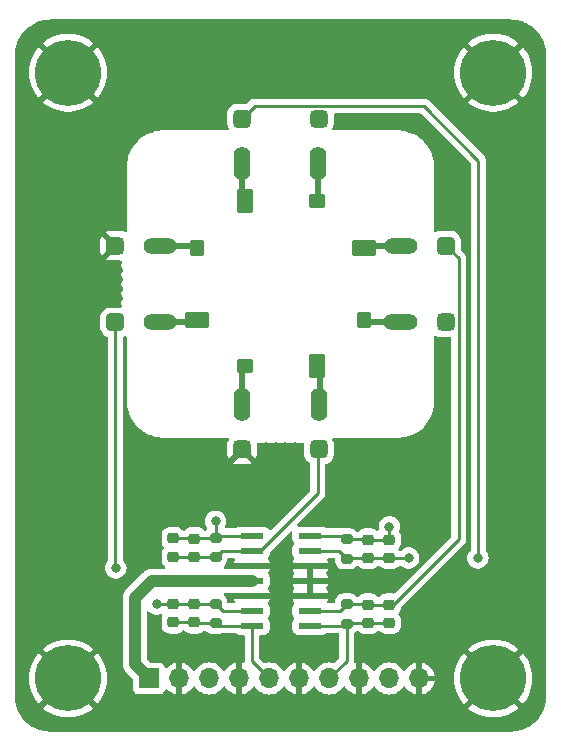
<source format=gbr>
%TF.GenerationSoftware,KiCad,Pcbnew,7.0.7*%
%TF.CreationDate,2023-10-25T15:55:26-07:00*%
%TF.ProjectId,sfh2430_breakout,73666832-3433-4305-9f62-7265616b6f75,rev?*%
%TF.SameCoordinates,Original*%
%TF.FileFunction,Copper,L1,Top*%
%TF.FilePolarity,Positive*%
%FSLAX46Y46*%
G04 Gerber Fmt 4.6, Leading zero omitted, Abs format (unit mm)*
G04 Created by KiCad (PCBNEW 7.0.7) date 2023-10-25 15:55:26*
%MOMM*%
%LPD*%
G01*
G04 APERTURE LIST*
G04 Aperture macros list*
%AMRoundRect*
0 Rectangle with rounded corners*
0 $1 Rounding radius*
0 $2 $3 $4 $5 $6 $7 $8 $9 X,Y pos of 4 corners*
0 Add a 4 corners polygon primitive as box body*
4,1,4,$2,$3,$4,$5,$6,$7,$8,$9,$2,$3,0*
0 Add four circle primitives for the rounded corners*
1,1,$1+$1,$2,$3*
1,1,$1+$1,$4,$5*
1,1,$1+$1,$6,$7*
1,1,$1+$1,$8,$9*
0 Add four rect primitives between the rounded corners*
20,1,$1+$1,$2,$3,$4,$5,0*
20,1,$1+$1,$4,$5,$6,$7,0*
20,1,$1+$1,$6,$7,$8,$9,0*
20,1,$1+$1,$8,$9,$2,$3,0*%
G04 Aperture macros list end*
%TA.AperFunction,CastellatedPad*%
%ADD10C,1.400000*%
%TD*%
%TA.AperFunction,SMDPad,CuDef*%
%ADD11R,1.400000X1.400000*%
%TD*%
%TA.AperFunction,ComponentPad*%
%ADD12C,5.600000*%
%TD*%
%TA.AperFunction,SMDPad,CuDef*%
%ADD13RoundRect,0.225000X0.250000X-0.225000X0.250000X0.225000X-0.250000X0.225000X-0.250000X-0.225000X0*%
%TD*%
%TA.AperFunction,SMDPad,CuDef*%
%ADD14RoundRect,0.200000X0.275000X-0.200000X0.275000X0.200000X-0.275000X0.200000X-0.275000X-0.200000X0*%
%TD*%
%TA.AperFunction,SMDPad,CuDef*%
%ADD15RoundRect,0.375000X0.375000X0.375000X-0.375000X0.375000X-0.375000X-0.375000X0.375000X-0.375000X0*%
%TD*%
%TA.AperFunction,SMDPad,CuDef*%
%ADD16RoundRect,0.375000X0.375000X0.387000X-0.375000X0.387000X-0.375000X-0.387000X0.375000X-0.387000X0*%
%TD*%
%TA.AperFunction,SMDPad,CuDef*%
%ADD17RoundRect,0.375000X-0.375000X0.375000X-0.375000X-0.375000X0.375000X-0.375000X0.375000X0.375000X0*%
%TD*%
%TA.AperFunction,SMDPad,CuDef*%
%ADD18RoundRect,0.375000X-0.387000X0.375000X-0.387000X-0.375000X0.387000X-0.375000X0.387000X0.375000X0*%
%TD*%
%TA.AperFunction,SMDPad,CuDef*%
%ADD19RoundRect,0.225000X-0.250000X0.225000X-0.250000X-0.225000X0.250000X-0.225000X0.250000X0.225000X0*%
%TD*%
%TA.AperFunction,SMDPad,CuDef*%
%ADD20RoundRect,0.200000X-0.275000X0.200000X-0.275000X-0.200000X0.275000X-0.200000X0.275000X0.200000X0*%
%TD*%
%TA.AperFunction,SMDPad,CuDef*%
%ADD21RoundRect,0.375000X-0.375000X-0.375000X0.375000X-0.375000X0.375000X0.375000X-0.375000X0.375000X0*%
%TD*%
%TA.AperFunction,SMDPad,CuDef*%
%ADD22RoundRect,0.375000X-0.375000X-0.387000X0.375000X-0.387000X0.375000X0.387000X-0.375000X0.387000X0*%
%TD*%
%TA.AperFunction,SMDPad,CuDef*%
%ADD23RoundRect,0.175000X0.825000X-0.525000X0.825000X0.525000X-0.825000X0.525000X-0.825000X-0.525000X0*%
%TD*%
%TA.AperFunction,SMDPad,CuDef*%
%ADD24RoundRect,0.150000X0.450000X-0.550000X0.450000X0.550000X-0.450000X0.550000X-0.450000X-0.550000X0*%
%TD*%
%TA.AperFunction,SMDPad,CuDef*%
%ADD25RoundRect,0.175000X-0.825000X0.525000X-0.825000X-0.525000X0.825000X-0.525000X0.825000X0.525000X0*%
%TD*%
%TA.AperFunction,SMDPad,CuDef*%
%ADD26RoundRect,0.150000X-0.450000X0.550000X-0.450000X-0.550000X0.450000X-0.550000X0.450000X0.550000X0*%
%TD*%
%TA.AperFunction,SMDPad,CuDef*%
%ADD27R,1.981200X0.533400*%
%TD*%
%TA.AperFunction,ComponentPad*%
%ADD28R,1.700000X1.700000*%
%TD*%
%TA.AperFunction,ComponentPad*%
%ADD29O,1.700000X1.700000*%
%TD*%
%TA.AperFunction,SMDPad,CuDef*%
%ADD30RoundRect,0.175000X0.525000X0.825000X-0.525000X0.825000X-0.525000X-0.825000X0.525000X-0.825000X0*%
%TD*%
%TA.AperFunction,SMDPad,CuDef*%
%ADD31RoundRect,0.150000X0.550000X0.450000X-0.550000X0.450000X-0.550000X-0.450000X0.550000X-0.450000X0*%
%TD*%
%TA.AperFunction,SMDPad,CuDef*%
%ADD32RoundRect,0.375000X0.375000X-0.375000X0.375000X0.375000X-0.375000X0.375000X-0.375000X-0.375000X0*%
%TD*%
%TA.AperFunction,SMDPad,CuDef*%
%ADD33RoundRect,0.375000X0.387000X-0.375000X0.387000X0.375000X-0.387000X0.375000X-0.387000X-0.375000X0*%
%TD*%
%TA.AperFunction,SMDPad,CuDef*%
%ADD34RoundRect,0.175000X-0.525000X-0.825000X0.525000X-0.825000X0.525000X0.825000X-0.525000X0.825000X0*%
%TD*%
%TA.AperFunction,SMDPad,CuDef*%
%ADD35RoundRect,0.150000X-0.550000X-0.450000X0.550000X-0.450000X0.550000X0.450000X-0.550000X0.450000X0*%
%TD*%
%TA.AperFunction,ViaPad*%
%ADD36C,0.800000*%
%TD*%
%TA.AperFunction,Conductor*%
%ADD37C,0.250000*%
%TD*%
%TA.AperFunction,Conductor*%
%ADD38C,1.000000*%
%TD*%
%TA.AperFunction,Conductor*%
%ADD39C,0.500000*%
%TD*%
G04 APERTURE END LIST*
D10*
%TO.P,J9,1,Pin_1*%
%TO.N,Net-(D2-A)*%
X61900000Y-65450000D03*
D11*
X62600000Y-65450000D03*
D10*
X63300000Y-65450000D03*
%TD*%
D12*
%TO.P,H3,1,1*%
%TO.N,GND*%
X90800000Y-50800000D03*
%TD*%
D10*
%TO.P,J10,1,Pin_1*%
%TO.N,Net-(D3-K)*%
X69500000Y-59200000D03*
D11*
X69500000Y-58500000D03*
D10*
X69500000Y-57800000D03*
%TD*%
%TO.P,J7,1,Pin_1*%
%TO.N,Net-(D1-A)*%
X69550000Y-79600000D03*
D11*
X69550000Y-78900000D03*
D10*
X69550000Y-78200000D03*
%TD*%
D13*
%TO.P,C1,1,1*%
%TO.N,Net-(J1-Pin_2)*%
X63700000Y-91795000D03*
%TO.P,C1,2,2*%
%TO.N,/OUTA*%
X63700000Y-90245000D03*
%TD*%
D14*
%TO.P,R3,1,1*%
%TO.N,Net-(J3-Pin_2)*%
X78400000Y-91950000D03*
%TO.P,R3,2,2*%
%TO.N,/OUTD*%
X78400000Y-90300000D03*
%TD*%
D15*
%TO.P,J3,1,Pin_1*%
%TO.N,GND*%
X76050000Y-54700000D03*
D16*
%TO.P,J3,2,Pin_2*%
%TO.N,Net-(J3-Pin_2)*%
X69550000Y-54700000D03*
%TD*%
D13*
%TO.P,C2,1,1*%
%TO.N,Net-(J1-Pin_2)*%
X65500000Y-91800000D03*
%TO.P,C2,2,2*%
%TO.N,/OUTA*%
X65500000Y-90250000D03*
%TD*%
D17*
%TO.P,J2,1,Pin_1*%
%TO.N,GND*%
X58800000Y-65450000D03*
D18*
%TO.P,J2,2,Pin_2*%
%TO.N,Net-(J2-Pin_2)*%
X58800000Y-71950000D03*
%TD*%
D10*
%TO.P,J8,1,Pin_1*%
%TO.N,Net-(D2-K)*%
X61900000Y-71950000D03*
D11*
X62600000Y-71950000D03*
D10*
X63300000Y-71950000D03*
%TD*%
D19*
%TO.P,C7,1,1*%
%TO.N,Net-(J4-Pin_2)*%
X82000000Y-95850000D03*
%TO.P,C7,2,2*%
%TO.N,/OUTC*%
X82000000Y-97400000D03*
%TD*%
%TO.P,C4,1,1*%
%TO.N,Net-(J2-Pin_2)*%
X65500000Y-95800000D03*
%TO.P,C4,2,2*%
%TO.N,/OUTB*%
X65500000Y-97350000D03*
%TD*%
D20*
%TO.P,R2,1,1*%
%TO.N,Net-(J2-Pin_2)*%
X67300000Y-95770000D03*
%TO.P,R2,2,2*%
%TO.N,/OUTB*%
X67300000Y-97420000D03*
%TD*%
D21*
%TO.P,J1,1,Pin_1*%
%TO.N,GND*%
X69550000Y-82700000D03*
D22*
%TO.P,J1,2,Pin_2*%
%TO.N,Net-(J1-Pin_2)*%
X76050000Y-82700000D03*
%TD*%
D23*
%TO.P,D4,1,K*%
%TO.N,Net-(D4-K)*%
X79850000Y-65650000D03*
D24*
%TO.P,D4,2,A*%
%TO.N,Net-(D4-A)*%
X79850000Y-71750000D03*
%TD*%
D14*
%TO.P,R1,1,1*%
%TO.N,Net-(J1-Pin_2)*%
X67300000Y-91850000D03*
%TO.P,R1,2,2*%
%TO.N,/OUTA*%
X67300000Y-90200000D03*
%TD*%
D25*
%TO.P,D2,1,K*%
%TO.N,Net-(D2-K)*%
X65750000Y-71750000D03*
D26*
%TO.P,D2,2,A*%
%TO.N,Net-(D2-A)*%
X65750000Y-65650000D03*
%TD*%
D10*
%TO.P,J6,1,Pin_1*%
%TO.N,Net-(D1-K)*%
X76050000Y-79600000D03*
D11*
X76050000Y-78900000D03*
D10*
X76050000Y-78200000D03*
%TD*%
D12*
%TO.P,H2,1,1*%
%TO.N,GND*%
X54800000Y-102100000D03*
%TD*%
D27*
%TO.P,U1,1,OUTA*%
%TO.N,/OUTA*%
X70372400Y-90010000D03*
%TO.P,U1,2,-INA*%
%TO.N,Net-(J1-Pin_2)*%
X70372400Y-91280000D03*
%TO.P,U1,3,+INA*%
%TO.N,GND*%
X70372400Y-92550000D03*
%TO.P,U1,4,V+*%
%TO.N,+3V3*%
X70372400Y-93820000D03*
%TO.P,U1,5,+INB*%
%TO.N,GND*%
X70372400Y-95090000D03*
%TO.P,U1,6,-INB*%
%TO.N,Net-(J2-Pin_2)*%
X70372400Y-96360000D03*
%TO.P,U1,7,OUTB*%
%TO.N,/OUTB*%
X70372400Y-97630000D03*
%TO.P,U1,8,OUTC*%
%TO.N,/OUTC*%
X75300000Y-97630000D03*
%TO.P,U1,9,-INC*%
%TO.N,Net-(J4-Pin_2)*%
X75300000Y-96360000D03*
%TO.P,U1,10,+INC*%
%TO.N,GND*%
X75300000Y-95090000D03*
%TO.P,U1,11,V-*%
X75300000Y-93820000D03*
%TO.P,U1,12,+IND*%
X75300000Y-92550000D03*
%TO.P,U1,13,-IND*%
%TO.N,Net-(J3-Pin_2)*%
X75300000Y-91280000D03*
%TO.P,U1,14,OUTD*%
%TO.N,/OUTD*%
X75300000Y-90010000D03*
%TD*%
D19*
%TO.P,C3,1,1*%
%TO.N,Net-(J2-Pin_2)*%
X63700000Y-95800000D03*
%TO.P,C3,2,2*%
%TO.N,/OUTB*%
X63700000Y-97350000D03*
%TD*%
D20*
%TO.P,R4,1,1*%
%TO.N,Net-(J4-Pin_2)*%
X78400000Y-95800000D03*
%TO.P,R4,2,2*%
%TO.N,/OUTC*%
X78400000Y-97450000D03*
%TD*%
D13*
%TO.P,C6,1,1*%
%TO.N,Net-(J3-Pin_2)*%
X80200000Y-91900000D03*
%TO.P,C6,2,2*%
%TO.N,/OUTD*%
X80200000Y-90350000D03*
%TD*%
D28*
%TO.P,J5,1,Pin_1*%
%TO.N,+3V3*%
X61675000Y-102100000D03*
D29*
%TO.P,J5,2,Pin_2*%
%TO.N,GND*%
X64215000Y-102100000D03*
%TO.P,J5,3,Pin_3*%
%TO.N,/OUTA*%
X66755000Y-102100000D03*
%TO.P,J5,4,Pin_4*%
%TO.N,GND*%
X69295000Y-102100000D03*
%TO.P,J5,5,Pin_5*%
%TO.N,/OUTB*%
X71835000Y-102100000D03*
%TO.P,J5,6,Pin_6*%
%TO.N,GND*%
X74375000Y-102100000D03*
%TO.P,J5,7,Pin_7*%
%TO.N,/OUTC*%
X76915000Y-102100000D03*
%TO.P,J5,8,Pin_8*%
%TO.N,GND*%
X79455000Y-102100000D03*
%TO.P,J5,9,Pin_9*%
%TO.N,/OUTD*%
X81995000Y-102100000D03*
%TO.P,J5,10,Pin_10*%
%TO.N,GND*%
X84535000Y-102100000D03*
%TD*%
D30*
%TO.P,D3,1,K*%
%TO.N,Net-(D3-K)*%
X69750000Y-61650000D03*
D31*
%TO.P,D3,2,A*%
%TO.N,Net-(D3-A)*%
X75850000Y-61650000D03*
%TD*%
D12*
%TO.P,H1,1,1*%
%TO.N,GND*%
X54800000Y-50800000D03*
%TD*%
D19*
%TO.P,C8,1,1*%
%TO.N,Net-(J4-Pin_2)*%
X80200000Y-95850000D03*
%TO.P,C8,2,2*%
%TO.N,/OUTC*%
X80200000Y-97400000D03*
%TD*%
D10*
%TO.P,J13,1,Pin_1*%
%TO.N,Net-(D4-A)*%
X82250000Y-71950000D03*
D11*
X82950000Y-71950000D03*
D10*
X83650000Y-71950000D03*
%TD*%
D32*
%TO.P,J4,1,Pin_1*%
%TO.N,GND*%
X86800000Y-71950000D03*
D33*
%TO.P,J4,2,Pin_2*%
%TO.N,Net-(J4-Pin_2)*%
X86800000Y-65450000D03*
%TD*%
D12*
%TO.P,H4,1,1*%
%TO.N,GND*%
X90800000Y-102100000D03*
%TD*%
D34*
%TO.P,D1,1,K*%
%TO.N,Net-(D1-K)*%
X75850000Y-75650000D03*
D35*
%TO.P,D1,2,A*%
%TO.N,Net-(D1-A)*%
X69750000Y-75650000D03*
%TD*%
D10*
%TO.P,J11,1,Pin_1*%
%TO.N,Net-(D3-A)*%
X76000000Y-59200000D03*
D11*
X76000000Y-58500000D03*
D10*
X76000000Y-57800000D03*
%TD*%
%TO.P,J12,1,Pin_1*%
%TO.N,Net-(D4-K)*%
X82300000Y-65450000D03*
D11*
X83000000Y-65450000D03*
D10*
X83700000Y-65450000D03*
%TD*%
D13*
%TO.P,C5,1,1*%
%TO.N,Net-(J3-Pin_2)*%
X82000000Y-91900000D03*
%TO.P,C5,2,2*%
%TO.N,/OUTD*%
X82000000Y-90350000D03*
%TD*%
D36*
%TO.N,/OUTA*%
X67300000Y-88800000D03*
%TO.N,Net-(J2-Pin_2)*%
X62300000Y-95800000D03*
X58850000Y-92750000D03*
%TO.N,/OUTD*%
X82000000Y-89250000D03*
%TO.N,GND*%
X87250000Y-61950000D03*
X87250000Y-59450000D03*
%TO.N,Net-(J3-Pin_2)*%
X83650000Y-91900000D03*
X89500000Y-91900000D03*
%TD*%
D37*
%TO.N,Net-(J1-Pin_2)*%
X67300000Y-91850000D02*
X65550000Y-91850000D01*
X71096300Y-91280000D02*
X70372400Y-91280000D01*
X70372400Y-91280000D02*
X67870000Y-91280000D01*
X65500000Y-91800000D02*
X63705000Y-91800000D01*
X63705000Y-91800000D02*
X63700000Y-91795000D01*
X65550000Y-91850000D02*
X65500000Y-91800000D01*
X76050000Y-82850000D02*
X75950000Y-82950000D01*
X76050000Y-82700000D02*
X76050000Y-82850000D01*
X75950000Y-86426300D02*
X71096300Y-91280000D01*
X67870000Y-91280000D02*
X67300000Y-91850000D01*
X75950000Y-82950000D02*
X75950000Y-86426300D01*
%TO.N,/OUTA*%
X65495000Y-90245000D02*
X65500000Y-90250000D01*
X63700000Y-90245000D02*
X65495000Y-90245000D01*
X67300000Y-90200000D02*
X65550000Y-90200000D01*
X67300000Y-88800000D02*
X67300000Y-90200000D01*
X67300000Y-90200000D02*
X67490000Y-90010000D01*
X65550000Y-90200000D02*
X65500000Y-90250000D01*
X67490000Y-90010000D02*
X70372400Y-90010000D01*
%TO.N,/OUTC*%
X78220000Y-97630000D02*
X75300000Y-97630000D01*
X78400000Y-100615000D02*
X76915000Y-102100000D01*
X78450000Y-97400000D02*
X78400000Y-97450000D01*
X78400000Y-97450000D02*
X78400000Y-100615000D01*
X78400000Y-97450000D02*
X78220000Y-97630000D01*
X82000000Y-97400000D02*
X80200000Y-97400000D01*
X80200000Y-97400000D02*
X78450000Y-97400000D01*
%TO.N,Net-(J2-Pin_2)*%
X65500000Y-95800000D02*
X67270000Y-95800000D01*
X63700000Y-95800000D02*
X62300000Y-95800000D01*
X67270000Y-95800000D02*
X67300000Y-95770000D01*
X63700000Y-95800000D02*
X65500000Y-95800000D01*
X67890000Y-96360000D02*
X70372400Y-96360000D01*
X58850000Y-92750000D02*
X58800000Y-92700000D01*
X58800000Y-92700000D02*
X58800000Y-71950000D01*
X67300000Y-95770000D02*
X67890000Y-96360000D01*
%TO.N,/OUTB*%
X67300000Y-97420000D02*
X65570000Y-97420000D01*
X67300000Y-97420000D02*
X67510000Y-97630000D01*
X65570000Y-97420000D02*
X65500000Y-97350000D01*
X70372400Y-97630000D02*
X70372400Y-100637400D01*
X65500000Y-97350000D02*
X63700000Y-97350000D01*
X70372400Y-100637400D02*
X71835000Y-102100000D01*
X67510000Y-97630000D02*
X70372400Y-97630000D01*
%TO.N,/OUTD*%
X80150000Y-90300000D02*
X80200000Y-90350000D01*
X78400000Y-90300000D02*
X80150000Y-90300000D01*
X78110000Y-90010000D02*
X78400000Y-90300000D01*
X80200000Y-90350000D02*
X82000000Y-90350000D01*
X75300000Y-90010000D02*
X78110000Y-90010000D01*
X82000000Y-89250000D02*
X82000000Y-90350000D01*
D38*
%TO.N,+3V3*%
X61880000Y-93820000D02*
X70372400Y-93820000D01*
X60450000Y-100875000D02*
X60450000Y-95250000D01*
D37*
X61675000Y-102100000D02*
X61575000Y-102000000D01*
D38*
X60450000Y-95250000D02*
X61880000Y-93820000D01*
X61575000Y-102000000D02*
X60450000Y-100875000D01*
D39*
%TO.N,Net-(D1-K)*%
X76100000Y-75950000D02*
X76100000Y-78100000D01*
%TO.N,Net-(D1-A)*%
X69500000Y-75950000D02*
X69500000Y-78100000D01*
%TO.N,Net-(D2-K)*%
X65800000Y-71950000D02*
X63300000Y-71950000D01*
D37*
X66000000Y-71750000D02*
X65800000Y-71950000D01*
%TO.N,Net-(D2-A)*%
X66000000Y-65650000D02*
X65800000Y-65450000D01*
D39*
X65800000Y-65450000D02*
X63300000Y-65450000D01*
D37*
%TO.N,Net-(D3-K)*%
X69500000Y-61700000D02*
X69750000Y-61950000D01*
D39*
X69500000Y-59200000D02*
X69500000Y-61700000D01*
D37*
%TO.N,Net-(D3-A)*%
X76000000Y-61800000D02*
X75850000Y-61950000D01*
D39*
X76000000Y-59200000D02*
X76000000Y-61800000D01*
%TO.N,Net-(D4-K)*%
X79800000Y-65450000D02*
X82300000Y-65450000D01*
D37*
X79600000Y-65650000D02*
X79800000Y-65450000D01*
%TO.N,Net-(D4-A)*%
X79600000Y-71750000D02*
X79800000Y-71950000D01*
D39*
X79800000Y-71950000D02*
X82250000Y-71950000D01*
D37*
%TO.N,Net-(J3-Pin_2)*%
X89500000Y-91900000D02*
X89550000Y-91850000D01*
X78400000Y-91950000D02*
X77730000Y-91280000D01*
X77730000Y-91280000D02*
X75300000Y-91280000D01*
X84925000Y-53625000D02*
X70625000Y-53625000D01*
X89550000Y-58250000D02*
X84925000Y-53625000D01*
X78450000Y-91900000D02*
X78400000Y-91950000D01*
X83650000Y-91900000D02*
X82000000Y-91900000D01*
X89550000Y-91850000D02*
X89550000Y-58250000D01*
X70625000Y-53625000D02*
X69550000Y-54700000D01*
X80200000Y-91900000D02*
X82000000Y-91900000D01*
X80200000Y-91900000D02*
X78450000Y-91900000D01*
%TO.N,Net-(J4-Pin_2)*%
X78400000Y-95800000D02*
X80150000Y-95800000D01*
X75300000Y-96360000D02*
X77840000Y-96360000D01*
X86800000Y-65450000D02*
X87875000Y-66525000D01*
X87875000Y-90325000D02*
X82350000Y-95850000D01*
X82350000Y-95850000D02*
X82000000Y-95850000D01*
X80200000Y-95850000D02*
X82000000Y-95850000D01*
X87875000Y-66525000D02*
X87875000Y-90325000D01*
X80150000Y-95800000D02*
X80200000Y-95850000D01*
X77840000Y-96360000D02*
X78400000Y-95800000D01*
%TD*%
%TA.AperFunction,Conductor*%
%TO.N,GND*%
G36*
X61655703Y-96431628D02*
G01*
X61666645Y-96442364D01*
X61680996Y-96458302D01*
X61694129Y-96472888D01*
X61847265Y-96584148D01*
X61847270Y-96584151D01*
X62020192Y-96661142D01*
X62020197Y-96661144D01*
X62205354Y-96700500D01*
X62205355Y-96700500D01*
X62394644Y-96700500D01*
X62394646Y-96700500D01*
X62579803Y-96661144D01*
X62632049Y-96637881D01*
X62701299Y-96628596D01*
X62764576Y-96658224D01*
X62801790Y-96717359D01*
X62801126Y-96787226D01*
X62790975Y-96809719D01*
X62791051Y-96809755D01*
X62788230Y-96815803D01*
X62788027Y-96816255D01*
X62787999Y-96816300D01*
X62787996Y-96816305D01*
X62734651Y-96977290D01*
X62724500Y-97076647D01*
X62724500Y-97623337D01*
X62724501Y-97623355D01*
X62734650Y-97722707D01*
X62734651Y-97722710D01*
X62787996Y-97883694D01*
X62788001Y-97883705D01*
X62877029Y-98028040D01*
X62877032Y-98028044D01*
X62996955Y-98147967D01*
X62996959Y-98147970D01*
X63141294Y-98236998D01*
X63141297Y-98236999D01*
X63141303Y-98237003D01*
X63302292Y-98290349D01*
X63401655Y-98300500D01*
X63998344Y-98300499D01*
X63998352Y-98300498D01*
X63998355Y-98300498D01*
X64052760Y-98294940D01*
X64097708Y-98290349D01*
X64258697Y-98237003D01*
X64403044Y-98147968D01*
X64512318Y-98038693D01*
X64573642Y-98005208D01*
X64643334Y-98010192D01*
X64687681Y-98038693D01*
X64796955Y-98147967D01*
X64796959Y-98147970D01*
X64941294Y-98236998D01*
X64941297Y-98236999D01*
X64941303Y-98237003D01*
X65102292Y-98290349D01*
X65201655Y-98300500D01*
X65798344Y-98300499D01*
X65798352Y-98300498D01*
X65798355Y-98300498D01*
X65852760Y-98294940D01*
X65897708Y-98290349D01*
X66058697Y-98237003D01*
X66203044Y-98147968D01*
X66269192Y-98081819D01*
X66330516Y-98048334D01*
X66356874Y-98045500D01*
X66408480Y-98045500D01*
X66475519Y-98065185D01*
X66496161Y-98081819D01*
X66589811Y-98175469D01*
X66589813Y-98175470D01*
X66589815Y-98175472D01*
X66735394Y-98263478D01*
X66897804Y-98314086D01*
X66968384Y-98320500D01*
X66968387Y-98320500D01*
X67631613Y-98320500D01*
X67631616Y-98320500D01*
X67702196Y-98314086D01*
X67864606Y-98263478D01*
X67864608Y-98263476D01*
X67871767Y-98261246D01*
X67872422Y-98263348D01*
X67908950Y-98255500D01*
X68984657Y-98255500D01*
X69051696Y-98275185D01*
X69058968Y-98280233D01*
X69139469Y-98340496D01*
X69139470Y-98340496D01*
X69139471Y-98340497D01*
X69166286Y-98350498D01*
X69274317Y-98390791D01*
X69333927Y-98397200D01*
X69622901Y-98397199D01*
X69689939Y-98416883D01*
X69735694Y-98469687D01*
X69746900Y-98521199D01*
X69746900Y-100554655D01*
X69745175Y-100570272D01*
X69745461Y-100570299D01*
X69744726Y-100578065D01*
X69746900Y-100647214D01*
X69746900Y-100661862D01*
X69727215Y-100728901D01*
X69674411Y-100774656D01*
X69605253Y-100784600D01*
X69590807Y-100781637D01*
X69545001Y-100769363D01*
X69545000Y-100769364D01*
X69545000Y-101487698D01*
X69525315Y-101554737D01*
X69472511Y-101600492D01*
X69403355Y-101610436D01*
X69330766Y-101600000D01*
X69330763Y-101600000D01*
X69259237Y-101600000D01*
X69259233Y-101600000D01*
X69186645Y-101610436D01*
X69117487Y-101600492D01*
X69064684Y-101554736D01*
X69045000Y-101487698D01*
X69045000Y-100769364D01*
X69044999Y-100769364D01*
X68831513Y-100826567D01*
X68831507Y-100826570D01*
X68617422Y-100926399D01*
X68617420Y-100926400D01*
X68423926Y-101061886D01*
X68423920Y-101061891D01*
X68256891Y-101228920D01*
X68256890Y-101228922D01*
X68126880Y-101414595D01*
X68072303Y-101458219D01*
X68002804Y-101465412D01*
X67940450Y-101433890D01*
X67923730Y-101414594D01*
X67793494Y-101228597D01*
X67626402Y-101061506D01*
X67626395Y-101061501D01*
X67432834Y-100925967D01*
X67432830Y-100925965D01*
X67405953Y-100913432D01*
X67218663Y-100826097D01*
X67218659Y-100826096D01*
X67218655Y-100826094D01*
X66990413Y-100764938D01*
X66990403Y-100764936D01*
X66755001Y-100744341D01*
X66754999Y-100744341D01*
X66519596Y-100764936D01*
X66519586Y-100764938D01*
X66291344Y-100826094D01*
X66291335Y-100826098D01*
X66077171Y-100925964D01*
X66077169Y-100925965D01*
X65883597Y-101061505D01*
X65716508Y-101228594D01*
X65586269Y-101414595D01*
X65531692Y-101458219D01*
X65462193Y-101465412D01*
X65399839Y-101433890D01*
X65383119Y-101414594D01*
X65253113Y-101228926D01*
X65253108Y-101228920D01*
X65086082Y-101061894D01*
X64892578Y-100926399D01*
X64678492Y-100826570D01*
X64678486Y-100826567D01*
X64465000Y-100769364D01*
X64465000Y-101487698D01*
X64445315Y-101554737D01*
X64392511Y-101600492D01*
X64323355Y-101610436D01*
X64250766Y-101600000D01*
X64250763Y-101600000D01*
X64179237Y-101600000D01*
X64179233Y-101600000D01*
X64106645Y-101610436D01*
X64037487Y-101600492D01*
X63984684Y-101554736D01*
X63965000Y-101487698D01*
X63964999Y-100769364D01*
X63751513Y-100826567D01*
X63751507Y-100826570D01*
X63537422Y-100926399D01*
X63537420Y-100926400D01*
X63343926Y-101061886D01*
X63221865Y-101183947D01*
X63160542Y-101217431D01*
X63090850Y-101212447D01*
X63034917Y-101170575D01*
X63018002Y-101139598D01*
X62968797Y-101007671D01*
X62968793Y-101007664D01*
X62882547Y-100892455D01*
X62882544Y-100892452D01*
X62767335Y-100806206D01*
X62767328Y-100806202D01*
X62632482Y-100755908D01*
X62632483Y-100755908D01*
X62572883Y-100749501D01*
X62572881Y-100749500D01*
X62572873Y-100749500D01*
X62572865Y-100749500D01*
X61790782Y-100749500D01*
X61723743Y-100729815D01*
X61703101Y-100713181D01*
X61486819Y-100496898D01*
X61453334Y-100435575D01*
X61450500Y-100409217D01*
X61450500Y-96525341D01*
X61470185Y-96458302D01*
X61522989Y-96412547D01*
X61592147Y-96402603D01*
X61655703Y-96431628D01*
G37*
%TD.AperFunction*%
%TA.AperFunction,Conductor*%
G36*
X85981738Y-73081864D02*
G01*
X86121478Y-73151169D01*
X86306175Y-73197102D01*
X86348901Y-73200000D01*
X87125500Y-73200000D01*
X87192539Y-73219685D01*
X87238294Y-73272489D01*
X87249499Y-73323998D01*
X87249499Y-81671132D01*
X87249499Y-90014546D01*
X87229814Y-90081585D01*
X87213180Y-90102227D01*
X82446676Y-94868731D01*
X82385353Y-94902216D01*
X82346394Y-94904408D01*
X82298348Y-94899500D01*
X81701662Y-94899500D01*
X81701644Y-94899501D01*
X81602292Y-94909650D01*
X81602289Y-94909651D01*
X81441305Y-94962996D01*
X81441294Y-94963001D01*
X81296959Y-95052029D01*
X81187681Y-95161307D01*
X81126358Y-95194791D01*
X81056666Y-95189807D01*
X81012319Y-95161307D01*
X80957853Y-95106841D01*
X80903044Y-95052032D01*
X80903041Y-95052030D01*
X80903040Y-95052029D01*
X80758705Y-94963001D01*
X80758699Y-94962998D01*
X80758697Y-94962997D01*
X80739157Y-94956522D01*
X80597709Y-94909651D01*
X80498346Y-94899500D01*
X79901662Y-94899500D01*
X79901644Y-94899501D01*
X79802292Y-94909650D01*
X79802289Y-94909651D01*
X79641305Y-94962996D01*
X79641294Y-94963001D01*
X79496959Y-95052029D01*
X79496955Y-95052032D01*
X79410807Y-95138181D01*
X79349484Y-95171666D01*
X79323126Y-95174500D01*
X79291520Y-95174500D01*
X79224481Y-95154815D01*
X79203839Y-95138181D01*
X79110188Y-95044530D01*
X79089760Y-95032181D01*
X78964606Y-94956522D01*
X78802196Y-94905914D01*
X78802194Y-94905913D01*
X78802192Y-94905913D01*
X78752778Y-94901423D01*
X78731616Y-94899500D01*
X78068384Y-94899500D01*
X78050051Y-94901166D01*
X77997807Y-94905913D01*
X77835393Y-94956522D01*
X77689811Y-95044530D01*
X77569530Y-95164811D01*
X77481522Y-95310393D01*
X77430913Y-95472807D01*
X77424500Y-95543386D01*
X77424500Y-95610500D01*
X77404815Y-95677539D01*
X77352011Y-95723294D01*
X77300500Y-95734500D01*
X76861930Y-95734500D01*
X76794891Y-95714815D01*
X76749136Y-95662011D01*
X76739192Y-95592853D01*
X76745748Y-95567167D01*
X76784196Y-95464079D01*
X76784198Y-95464072D01*
X76790599Y-95404544D01*
X76790600Y-95404527D01*
X76790600Y-95340000D01*
X73809400Y-95340000D01*
X73809400Y-95404544D01*
X73815801Y-95464072D01*
X73815803Y-95464079D01*
X73866045Y-95598786D01*
X73866047Y-95598789D01*
X73904587Y-95650272D01*
X73929004Y-95715737D01*
X73914152Y-95784009D01*
X73904587Y-95798894D01*
X73865604Y-95850968D01*
X73865602Y-95850971D01*
X73815310Y-95985813D01*
X73815309Y-95985817D01*
X73808900Y-96045427D01*
X73808900Y-96045434D01*
X73808900Y-96045435D01*
X73808900Y-96674570D01*
X73808901Y-96674576D01*
X73815308Y-96734183D01*
X73865602Y-96869028D01*
X73865604Y-96869031D01*
X73904275Y-96920689D01*
X73928692Y-96986154D01*
X73913840Y-97054427D01*
X73904275Y-97069311D01*
X73865604Y-97120968D01*
X73865602Y-97120971D01*
X73815310Y-97255813D01*
X73815309Y-97255817D01*
X73808900Y-97315427D01*
X73808900Y-97315434D01*
X73808900Y-97315435D01*
X73808900Y-97944570D01*
X73808901Y-97944576D01*
X73815308Y-98004183D01*
X73865602Y-98139028D01*
X73865606Y-98139035D01*
X73951852Y-98254244D01*
X73951855Y-98254247D01*
X74067064Y-98340493D01*
X74067071Y-98340497D01*
X74201917Y-98390791D01*
X74201916Y-98390791D01*
X74208844Y-98391535D01*
X74261527Y-98397200D01*
X76338472Y-98397199D01*
X76398083Y-98390791D01*
X76532931Y-98340496D01*
X76613431Y-98280233D01*
X76678896Y-98255816D01*
X76687743Y-98255500D01*
X77650500Y-98255500D01*
X77717539Y-98275185D01*
X77763294Y-98327989D01*
X77774500Y-98379500D01*
X77774500Y-100304546D01*
X77754815Y-100371585D01*
X77738181Y-100392227D01*
X77370646Y-100759761D01*
X77309323Y-100793246D01*
X77250873Y-100791855D01*
X77150408Y-100764937D01*
X76915001Y-100744341D01*
X76914999Y-100744341D01*
X76679596Y-100764936D01*
X76679586Y-100764938D01*
X76451344Y-100826094D01*
X76451335Y-100826098D01*
X76237171Y-100925964D01*
X76237169Y-100925965D01*
X76043597Y-101061505D01*
X75876508Y-101228594D01*
X75746269Y-101414595D01*
X75691692Y-101458219D01*
X75622193Y-101465412D01*
X75559839Y-101433890D01*
X75543119Y-101414594D01*
X75413113Y-101228926D01*
X75413108Y-101228920D01*
X75246082Y-101061894D01*
X75052578Y-100926399D01*
X74838492Y-100826570D01*
X74838486Y-100826567D01*
X74625000Y-100769364D01*
X74625000Y-101487698D01*
X74605315Y-101554737D01*
X74552511Y-101600492D01*
X74483355Y-101610436D01*
X74410766Y-101600000D01*
X74410763Y-101600000D01*
X74339237Y-101600000D01*
X74339233Y-101600000D01*
X74266645Y-101610436D01*
X74197487Y-101600492D01*
X74144684Y-101554736D01*
X74125000Y-101487698D01*
X74125000Y-100769364D01*
X74124999Y-100769364D01*
X73911513Y-100826567D01*
X73911507Y-100826570D01*
X73697422Y-100926399D01*
X73697420Y-100926400D01*
X73503926Y-101061886D01*
X73503920Y-101061891D01*
X73336891Y-101228920D01*
X73336890Y-101228922D01*
X73206880Y-101414595D01*
X73152303Y-101458219D01*
X73082804Y-101465412D01*
X73020450Y-101433890D01*
X73003730Y-101414594D01*
X72873494Y-101228597D01*
X72706402Y-101061506D01*
X72706395Y-101061501D01*
X72512834Y-100925967D01*
X72512830Y-100925965D01*
X72485953Y-100913432D01*
X72298663Y-100826097D01*
X72298659Y-100826096D01*
X72298655Y-100826094D01*
X72070413Y-100764938D01*
X72070403Y-100764936D01*
X71835001Y-100744341D01*
X71834999Y-100744341D01*
X71599596Y-100764936D01*
X71599586Y-100764938D01*
X71499126Y-100791856D01*
X71429276Y-100790193D01*
X71379352Y-100759762D01*
X71208005Y-100588415D01*
X71034219Y-100414628D01*
X71000734Y-100353305D01*
X70997900Y-100326947D01*
X70997900Y-98521199D01*
X71017585Y-98454160D01*
X71070389Y-98408405D01*
X71121900Y-98397199D01*
X71410871Y-98397199D01*
X71410872Y-98397199D01*
X71470483Y-98390791D01*
X71605331Y-98340496D01*
X71720546Y-98254246D01*
X71806796Y-98139031D01*
X71857091Y-98004183D01*
X71863500Y-97944573D01*
X71863499Y-97315428D01*
X71857091Y-97255817D01*
X71808919Y-97126662D01*
X71806797Y-97120971D01*
X71806796Y-97120970D01*
X71806796Y-97120969D01*
X71768123Y-97069309D01*
X71743707Y-97003846D01*
X71758558Y-96935573D01*
X71768119Y-96920695D01*
X71806796Y-96869031D01*
X71857091Y-96734183D01*
X71863500Y-96674573D01*
X71863499Y-96045428D01*
X71857091Y-95985817D01*
X71806796Y-95850969D01*
X71767812Y-95798893D01*
X71743395Y-95733431D01*
X71758246Y-95665157D01*
X71767813Y-95650271D01*
X71806352Y-95598789D01*
X71806354Y-95598786D01*
X71856596Y-95464079D01*
X71856598Y-95464072D01*
X71862999Y-95404544D01*
X71863000Y-95404527D01*
X71863000Y-95340000D01*
X68881800Y-95340000D01*
X68881800Y-95404544D01*
X68888201Y-95464072D01*
X68888203Y-95464079D01*
X68926652Y-95567167D01*
X68931636Y-95636859D01*
X68898151Y-95698182D01*
X68836827Y-95731666D01*
X68810470Y-95734500D01*
X68399500Y-95734500D01*
X68332461Y-95714815D01*
X68286706Y-95662011D01*
X68275500Y-95610500D01*
X68275500Y-95513386D01*
X68275500Y-95513384D01*
X68269086Y-95442804D01*
X68218478Y-95280394D01*
X68130472Y-95134815D01*
X68130470Y-95134813D01*
X68130469Y-95134811D01*
X68027839Y-95032181D01*
X67994354Y-94970858D01*
X67999338Y-94901166D01*
X68041210Y-94845233D01*
X68106674Y-94820816D01*
X68115520Y-94820500D01*
X68810938Y-94820500D01*
X68877347Y-94840000D01*
X71863000Y-94840000D01*
X71863000Y-94775472D01*
X71862999Y-94775455D01*
X71856598Y-94715927D01*
X71856596Y-94715920D01*
X71806354Y-94581213D01*
X71806352Y-94581211D01*
X71767812Y-94529727D01*
X71743395Y-94464263D01*
X71758246Y-94395990D01*
X71767806Y-94381114D01*
X71806796Y-94329031D01*
X71857091Y-94194183D01*
X71863500Y-94134573D01*
X71863500Y-94070000D01*
X73809400Y-94070000D01*
X73809400Y-94134544D01*
X73815801Y-94194072D01*
X73815803Y-94194079D01*
X73866045Y-94328786D01*
X73866047Y-94328789D01*
X73904899Y-94380689D01*
X73929316Y-94446154D01*
X73914464Y-94514427D01*
X73904899Y-94529311D01*
X73866047Y-94581210D01*
X73866045Y-94581213D01*
X73815803Y-94715920D01*
X73815801Y-94715927D01*
X73809400Y-94775455D01*
X73809400Y-94840000D01*
X75050000Y-94840000D01*
X75050000Y-94070000D01*
X75550000Y-94070000D01*
X75550000Y-94840000D01*
X76790600Y-94840000D01*
X76790600Y-94775472D01*
X76790599Y-94775455D01*
X76784198Y-94715927D01*
X76784196Y-94715920D01*
X76733954Y-94581213D01*
X76733952Y-94581210D01*
X76695101Y-94529312D01*
X76670683Y-94463848D01*
X76685534Y-94395574D01*
X76695101Y-94380688D01*
X76733952Y-94328789D01*
X76733954Y-94328786D01*
X76784196Y-94194079D01*
X76784198Y-94194072D01*
X76790599Y-94134544D01*
X76790600Y-94134527D01*
X76790600Y-94070000D01*
X75550000Y-94070000D01*
X75050000Y-94070000D01*
X73809400Y-94070000D01*
X71863500Y-94070000D01*
X71863499Y-93505428D01*
X71857091Y-93445817D01*
X71806886Y-93311211D01*
X71806797Y-93310971D01*
X71806795Y-93310968D01*
X71785270Y-93282214D01*
X71767812Y-93258893D01*
X71743395Y-93193431D01*
X71758246Y-93125157D01*
X71767813Y-93110271D01*
X71806352Y-93058789D01*
X71806354Y-93058786D01*
X71856596Y-92924079D01*
X71856598Y-92924072D01*
X71862999Y-92864544D01*
X71863000Y-92864527D01*
X71863000Y-92800000D01*
X73809400Y-92800000D01*
X73809400Y-92864544D01*
X73815801Y-92924072D01*
X73815803Y-92924079D01*
X73866045Y-93058786D01*
X73866049Y-93058793D01*
X73904898Y-93110688D01*
X73929316Y-93176152D01*
X73914465Y-93244425D01*
X73904900Y-93259309D01*
X73866046Y-93311211D01*
X73866045Y-93311213D01*
X73815803Y-93445920D01*
X73815801Y-93445927D01*
X73809400Y-93505455D01*
X73809400Y-93570000D01*
X75050000Y-93570000D01*
X75050000Y-92800000D01*
X75550000Y-92800000D01*
X75550000Y-93570000D01*
X76790600Y-93570000D01*
X76790600Y-93505472D01*
X76790599Y-93505455D01*
X76784198Y-93445927D01*
X76784196Y-93445920D01*
X76733954Y-93311213D01*
X76733952Y-93311210D01*
X76695101Y-93259312D01*
X76670683Y-93193848D01*
X76685534Y-93125574D01*
X76695101Y-93110688D01*
X76733952Y-93058789D01*
X76733954Y-93058786D01*
X76784196Y-92924079D01*
X76784198Y-92924072D01*
X76790599Y-92864544D01*
X76790600Y-92864527D01*
X76790600Y-92800000D01*
X75550000Y-92800000D01*
X75050000Y-92800000D01*
X73809400Y-92800000D01*
X71863000Y-92800000D01*
X68867817Y-92800000D01*
X68837296Y-92816666D01*
X68810938Y-92819500D01*
X68095520Y-92819500D01*
X68028481Y-92799815D01*
X67982726Y-92747011D01*
X67972782Y-92677853D01*
X68001807Y-92614297D01*
X68007839Y-92607819D01*
X68130468Y-92485189D01*
X68130469Y-92485188D01*
X68130472Y-92485185D01*
X68218478Y-92339606D01*
X68269086Y-92177196D01*
X68275500Y-92106616D01*
X68275500Y-92029500D01*
X68295185Y-91962461D01*
X68347989Y-91916706D01*
X68399500Y-91905500D01*
X68810470Y-91905500D01*
X68877509Y-91925185D01*
X68923264Y-91977989D01*
X68933208Y-92047147D01*
X68926652Y-92072833D01*
X68888203Y-92175920D01*
X68888201Y-92175927D01*
X68881800Y-92235455D01*
X68881800Y-92300000D01*
X71863000Y-92300000D01*
X71863000Y-92235472D01*
X71862999Y-92235455D01*
X71856598Y-92175927D01*
X71856596Y-92175920D01*
X71806354Y-92041213D01*
X71806352Y-92041211D01*
X71767812Y-91989727D01*
X71743395Y-91924263D01*
X71758246Y-91855990D01*
X71767806Y-91841114D01*
X71806796Y-91789031D01*
X71857091Y-91654183D01*
X71863500Y-91594573D01*
X71863499Y-91448751D01*
X71883183Y-91381712D01*
X71899813Y-91361075D01*
X73597219Y-89663669D01*
X73658542Y-89630185D01*
X73728234Y-89635169D01*
X73784167Y-89677041D01*
X73808584Y-89742505D01*
X73808900Y-89751351D01*
X73808900Y-90324570D01*
X73808901Y-90324576D01*
X73815308Y-90384183D01*
X73865602Y-90519028D01*
X73865604Y-90519031D01*
X73904275Y-90570689D01*
X73928692Y-90636154D01*
X73913840Y-90704427D01*
X73904275Y-90719311D01*
X73865604Y-90770968D01*
X73865602Y-90770971D01*
X73828481Y-90870500D01*
X73815309Y-90905817D01*
X73808900Y-90965427D01*
X73808900Y-90965434D01*
X73808900Y-90965435D01*
X73808900Y-91594570D01*
X73808901Y-91594576D01*
X73815308Y-91654183D01*
X73865602Y-91789028D01*
X73865606Y-91789035D01*
X73904586Y-91841105D01*
X73929004Y-91906569D01*
X73914153Y-91974842D01*
X73904587Y-91989726D01*
X73866049Y-92041206D01*
X73866045Y-92041213D01*
X73815803Y-92175920D01*
X73815801Y-92175927D01*
X73809400Y-92235455D01*
X73809400Y-92300000D01*
X76790600Y-92300000D01*
X76790600Y-92235472D01*
X76790599Y-92235455D01*
X76784198Y-92175927D01*
X76784196Y-92175920D01*
X76745748Y-92072833D01*
X76740764Y-92003141D01*
X76774249Y-91941818D01*
X76835573Y-91908334D01*
X76861930Y-91905500D01*
X77300500Y-91905500D01*
X77367539Y-91925185D01*
X77413294Y-91977989D01*
X77424500Y-92029500D01*
X77424500Y-92206613D01*
X77430913Y-92277192D01*
X77430913Y-92277194D01*
X77430914Y-92277196D01*
X77481522Y-92439606D01*
X77562092Y-92572885D01*
X77569530Y-92585188D01*
X77689811Y-92705469D01*
X77689813Y-92705470D01*
X77689815Y-92705472D01*
X77835394Y-92793478D01*
X77997804Y-92844086D01*
X78068384Y-92850500D01*
X78068387Y-92850500D01*
X78731613Y-92850500D01*
X78731616Y-92850500D01*
X78802196Y-92844086D01*
X78964606Y-92793478D01*
X79110185Y-92705472D01*
X79219642Y-92596014D01*
X79280963Y-92562531D01*
X79350655Y-92567515D01*
X79395003Y-92596015D01*
X79496956Y-92697968D01*
X79496958Y-92697969D01*
X79496959Y-92697970D01*
X79641294Y-92786998D01*
X79641297Y-92786999D01*
X79641303Y-92787003D01*
X79802292Y-92840349D01*
X79901655Y-92850500D01*
X80498344Y-92850499D01*
X80498352Y-92850498D01*
X80498355Y-92850498D01*
X80561124Y-92844086D01*
X80597708Y-92840349D01*
X80758697Y-92787003D01*
X80903044Y-92697968D01*
X81012318Y-92588693D01*
X81073642Y-92555208D01*
X81143334Y-92560192D01*
X81187681Y-92588693D01*
X81296955Y-92697967D01*
X81296959Y-92697970D01*
X81441294Y-92786998D01*
X81441297Y-92786999D01*
X81441303Y-92787003D01*
X81602292Y-92840349D01*
X81701655Y-92850500D01*
X82298344Y-92850499D01*
X82298352Y-92850498D01*
X82298355Y-92850498D01*
X82361124Y-92844086D01*
X82397708Y-92840349D01*
X82558697Y-92787003D01*
X82703044Y-92697968D01*
X82822968Y-92578044D01*
X82822971Y-92578038D01*
X82827276Y-92572595D01*
X82884296Y-92532215D01*
X82924547Y-92525500D01*
X82946252Y-92525500D01*
X83013291Y-92545185D01*
X83038400Y-92566526D01*
X83044126Y-92572885D01*
X83044130Y-92572889D01*
X83197265Y-92684148D01*
X83197270Y-92684151D01*
X83370192Y-92761142D01*
X83370197Y-92761144D01*
X83555354Y-92800500D01*
X83555355Y-92800500D01*
X83744644Y-92800500D01*
X83744646Y-92800500D01*
X83929803Y-92761144D01*
X84102730Y-92684151D01*
X84255871Y-92572888D01*
X84382533Y-92432216D01*
X84477179Y-92268284D01*
X84535674Y-92088256D01*
X84555460Y-91900000D01*
X84535674Y-91711744D01*
X84477179Y-91531716D01*
X84382533Y-91367784D01*
X84255871Y-91227112D01*
X84255870Y-91227111D01*
X84102734Y-91115851D01*
X84102729Y-91115848D01*
X83929807Y-91038857D01*
X83929802Y-91038855D01*
X83784001Y-91007865D01*
X83744646Y-90999500D01*
X83555354Y-90999500D01*
X83522897Y-91006398D01*
X83370197Y-91038855D01*
X83370192Y-91038857D01*
X83197270Y-91115848D01*
X83197265Y-91115851D01*
X83044130Y-91227110D01*
X83044126Y-91227114D01*
X83038400Y-91233474D01*
X82978913Y-91270121D01*
X82946252Y-91274500D01*
X82924547Y-91274500D01*
X82857508Y-91254815D01*
X82827280Y-91227409D01*
X82822969Y-91221957D01*
X82813693Y-91212681D01*
X82780208Y-91151358D01*
X82785192Y-91081666D01*
X82813696Y-91037316D01*
X82814505Y-91036506D01*
X82822968Y-91028044D01*
X82912003Y-90883697D01*
X82965349Y-90722708D01*
X82975500Y-90623345D01*
X82975499Y-90076656D01*
X82969154Y-90014546D01*
X82965349Y-89977292D01*
X82965348Y-89977289D01*
X82963478Y-89971647D01*
X82912003Y-89816303D01*
X82911999Y-89816297D01*
X82911998Y-89816294D01*
X82844429Y-89706749D01*
X82825988Y-89639357D01*
X82832035Y-89603338D01*
X82885674Y-89438256D01*
X82905460Y-89250000D01*
X82885674Y-89061744D01*
X82827179Y-88881716D01*
X82732533Y-88717784D01*
X82605871Y-88577112D01*
X82605870Y-88577111D01*
X82452734Y-88465851D01*
X82452729Y-88465848D01*
X82279807Y-88388857D01*
X82279802Y-88388855D01*
X82134001Y-88357865D01*
X82094646Y-88349500D01*
X81905354Y-88349500D01*
X81872897Y-88356398D01*
X81720197Y-88388855D01*
X81720192Y-88388857D01*
X81547270Y-88465848D01*
X81547265Y-88465851D01*
X81394129Y-88577111D01*
X81267466Y-88717785D01*
X81172821Y-88881715D01*
X81172818Y-88881722D01*
X81114327Y-89061740D01*
X81114326Y-89061744D01*
X81094540Y-89250000D01*
X81114326Y-89438256D01*
X81114326Y-89438258D01*
X81114327Y-89438261D01*
X81115036Y-89441597D01*
X81114885Y-89443570D01*
X81115006Y-89444719D01*
X81114795Y-89444741D01*
X81109715Y-89511264D01*
X81067574Y-89566995D01*
X81001993Y-89591095D01*
X80933793Y-89575914D01*
X80906063Y-89555051D01*
X80903044Y-89552032D01*
X80903040Y-89552029D01*
X80758705Y-89463001D01*
X80758699Y-89462998D01*
X80758697Y-89462997D01*
X80725607Y-89452032D01*
X80597709Y-89409651D01*
X80498346Y-89399500D01*
X79901662Y-89399500D01*
X79901644Y-89399501D01*
X79802292Y-89409650D01*
X79802289Y-89409651D01*
X79641305Y-89462996D01*
X79641294Y-89463001D01*
X79496959Y-89552029D01*
X79496955Y-89552032D01*
X79410807Y-89638181D01*
X79349484Y-89671666D01*
X79323126Y-89674500D01*
X79291520Y-89674500D01*
X79224481Y-89654815D01*
X79203839Y-89638181D01*
X79110188Y-89544530D01*
X79100145Y-89538459D01*
X78964606Y-89456522D01*
X78802196Y-89405914D01*
X78802194Y-89405913D01*
X78802192Y-89405913D01*
X78752778Y-89401423D01*
X78731616Y-89399500D01*
X78731613Y-89399500D01*
X78263700Y-89399500D01*
X78244291Y-89397972D01*
X78239862Y-89397270D01*
X78234147Y-89396086D01*
X78219085Y-89392219D01*
X78189020Y-89384500D01*
X78189019Y-89384500D01*
X78168984Y-89384500D01*
X78149586Y-89382973D01*
X78142162Y-89381797D01*
X78129805Y-89379840D01*
X78129804Y-89379840D01*
X78083416Y-89384225D01*
X78077578Y-89384500D01*
X76687743Y-89384500D01*
X76620704Y-89364815D01*
X76613432Y-89359767D01*
X76611066Y-89357996D01*
X76532931Y-89299504D01*
X76532929Y-89299503D01*
X76532928Y-89299502D01*
X76398082Y-89249208D01*
X76398083Y-89249208D01*
X76338483Y-89242801D01*
X76338481Y-89242800D01*
X76338473Y-89242800D01*
X76338465Y-89242800D01*
X74317450Y-89242800D01*
X74250411Y-89223115D01*
X74204656Y-89170311D01*
X74194712Y-89101153D01*
X74223737Y-89037597D01*
X74229748Y-89031141D01*
X76333788Y-86927101D01*
X76346042Y-86917286D01*
X76345859Y-86917064D01*
X76351866Y-86912092D01*
X76351877Y-86912086D01*
X76382775Y-86879182D01*
X76399227Y-86861664D01*
X76409671Y-86851218D01*
X76420120Y-86840771D01*
X76424379Y-86835278D01*
X76428152Y-86830861D01*
X76460062Y-86796882D01*
X76469713Y-86779324D01*
X76480396Y-86763061D01*
X76492673Y-86747236D01*
X76511185Y-86704453D01*
X76513738Y-86699241D01*
X76536197Y-86658392D01*
X76541180Y-86638980D01*
X76547481Y-86620580D01*
X76555437Y-86602196D01*
X76562729Y-86556152D01*
X76563906Y-86550471D01*
X76575500Y-86505319D01*
X76575500Y-86485282D01*
X76577027Y-86465882D01*
X76580160Y-86446104D01*
X76575775Y-86399715D01*
X76575500Y-86393877D01*
X76575500Y-84048677D01*
X76595185Y-83981638D01*
X76647989Y-83935883D01*
X76669566Y-83928344D01*
X76728693Y-83913641D01*
X76899296Y-83829030D01*
X77047722Y-83709722D01*
X77167030Y-83561296D01*
X77251641Y-83390693D01*
X77297600Y-83205889D01*
X77300500Y-83163123D01*
X77300499Y-82236878D01*
X77297600Y-82194111D01*
X77251641Y-82009307D01*
X77251639Y-82009302D01*
X77188396Y-81881783D01*
X77176244Y-81812978D01*
X77203221Y-81748526D01*
X77260760Y-81708891D01*
X77299611Y-81702689D01*
X82682872Y-81708440D01*
X82683006Y-81708468D01*
X82707968Y-81708468D01*
X82870459Y-81708470D01*
X83065633Y-81687958D01*
X83068614Y-81687717D01*
X83145657Y-81683392D01*
X83162652Y-81677761D01*
X83193660Y-81674503D01*
X83193670Y-81674500D01*
X83193675Y-81674500D01*
X83239659Y-81664726D01*
X83418142Y-81626789D01*
X83481727Y-81615987D01*
X83492944Y-81610890D01*
X83511541Y-81606938D01*
X83637397Y-81566045D01*
X83768465Y-81523460D01*
X83808557Y-81511910D01*
X83814124Y-81508625D01*
X83816393Y-81507887D01*
X83820617Y-81506515D01*
X84117503Y-81374334D01*
X84398946Y-81211844D01*
X84661862Y-81020826D01*
X84903371Y-80803371D01*
X85120826Y-80561862D01*
X85311844Y-80298946D01*
X85474334Y-80017503D01*
X85606515Y-79720617D01*
X85608624Y-79714124D01*
X85611530Y-79709873D01*
X85623460Y-79668465D01*
X85706934Y-79411553D01*
X85706933Y-79411553D01*
X85706938Y-79411541D01*
X85710890Y-79392945D01*
X85715546Y-79384319D01*
X85726789Y-79318142D01*
X85774503Y-79093660D01*
X85777761Y-79062655D01*
X85783176Y-79049493D01*
X85787716Y-78968622D01*
X85787956Y-78965651D01*
X85808470Y-78770459D01*
X85808468Y-78607968D01*
X85808468Y-78607468D01*
X85808468Y-78556709D01*
X85808411Y-78556189D01*
X85802643Y-73193082D01*
X85822256Y-73126025D01*
X85875010Y-73080213D01*
X85944158Y-73070195D01*
X85981738Y-73081864D01*
G37*
%TD.AperFunction*%
%TA.AperFunction,Conductor*%
G36*
X92280300Y-46300584D02*
G01*
X92410034Y-46307383D01*
X92571269Y-46316446D01*
X92595891Y-46317831D01*
X92602098Y-46318495D01*
X92752583Y-46342328D01*
X92917075Y-46370276D01*
X92922709Y-46371507D01*
X93074354Y-46412139D01*
X93230651Y-46457167D01*
X93235658Y-46458846D01*
X93384154Y-46515847D01*
X93532942Y-46577476D01*
X93537322Y-46579496D01*
X93622427Y-46622859D01*
X93680085Y-46652237D01*
X93820416Y-46729794D01*
X93824146Y-46732033D01*
X93898176Y-46780108D01*
X93959155Y-46819708D01*
X94049143Y-46883557D01*
X94089421Y-46912136D01*
X94089691Y-46912327D01*
X94092820Y-46914700D01*
X94217153Y-47015382D01*
X94219397Y-47017292D01*
X94337673Y-47122989D01*
X94340178Y-47125359D01*
X94390227Y-47175407D01*
X94453323Y-47238502D01*
X94455712Y-47241030D01*
X94455933Y-47241277D01*
X94561395Y-47359288D01*
X94563326Y-47361558D01*
X94663984Y-47485859D01*
X94666341Y-47488965D01*
X94753852Y-47612300D01*
X94758982Y-47619530D01*
X94846641Y-47754512D01*
X94848908Y-47758290D01*
X94926454Y-47898600D01*
X94999190Y-48041353D01*
X95001229Y-48045775D01*
X95062838Y-48194510D01*
X95119839Y-48343002D01*
X95121534Y-48348059D01*
X95166552Y-48504316D01*
X95207186Y-48655965D01*
X95208423Y-48661629D01*
X95236368Y-48826100D01*
X95260199Y-48976562D01*
X95260865Y-48982789D01*
X95271488Y-49171935D01*
X95276816Y-49273604D01*
X95278095Y-49297998D01*
X95278180Y-49301244D01*
X95278180Y-103598376D01*
X95278095Y-103601622D01*
X95271081Y-103735444D01*
X95260905Y-103916829D01*
X95260238Y-103923059D01*
X95235805Y-104077329D01*
X95208512Y-104237960D01*
X95207275Y-104243624D01*
X95165987Y-104397714D01*
X95121682Y-104551497D01*
X95119987Y-104556554D01*
X95062278Y-104706892D01*
X95001439Y-104853768D01*
X94999400Y-104858190D01*
X94925906Y-105002432D01*
X94849192Y-105141233D01*
X94846925Y-105145010D01*
X94758447Y-105281258D01*
X94666734Y-105410512D01*
X94664352Y-105413652D01*
X94562807Y-105539049D01*
X94560854Y-105541346D01*
X94456189Y-105658463D01*
X94453800Y-105660991D01*
X94339675Y-105775115D01*
X94337148Y-105777505D01*
X94220040Y-105882158D01*
X94217744Y-105884112D01*
X94092330Y-105985670D01*
X94089188Y-105988052D01*
X93959952Y-106079749D01*
X93823693Y-106168236D01*
X93819915Y-106170503D01*
X93681119Y-106247213D01*
X93536875Y-106320708D01*
X93532452Y-106322746D01*
X93385573Y-106383586D01*
X93366486Y-106390912D01*
X93235246Y-106441289D01*
X93230190Y-106442984D01*
X93076405Y-106487290D01*
X92922299Y-106528580D01*
X92916635Y-106529818D01*
X92756077Y-106557097D01*
X92601713Y-106581543D01*
X92595487Y-106582209D01*
X92417400Y-106592210D01*
X92279919Y-106599415D01*
X92276673Y-106599500D01*
X53301624Y-106599500D01*
X53298378Y-106599415D01*
X53166617Y-106592509D01*
X52982985Y-106582196D01*
X52976758Y-106581530D01*
X52824369Y-106557394D01*
X52661835Y-106529778D01*
X52656171Y-106528541D01*
X52503297Y-106487579D01*
X52348273Y-106442916D01*
X52343217Y-106441221D01*
X52193829Y-106383877D01*
X52045997Y-106322643D01*
X52041575Y-106320604D01*
X51898078Y-106247488D01*
X51758531Y-106170364D01*
X51754767Y-106168106D01*
X51701875Y-106133758D01*
X51619127Y-106080019D01*
X51489243Y-105987862D01*
X51486102Y-105985480D01*
X51361260Y-105884385D01*
X51358964Y-105882431D01*
X51241277Y-105777260D01*
X51238750Y-105774870D01*
X51125128Y-105661248D01*
X51122738Y-105658721D01*
X51122507Y-105658463D01*
X51017567Y-105541034D01*
X51015613Y-105538738D01*
X50976844Y-105490862D01*
X50914510Y-105413886D01*
X50912136Y-105410755D01*
X50904504Y-105399999D01*
X50877054Y-105361311D01*
X50819980Y-105280872D01*
X50787406Y-105230715D01*
X50731882Y-105145215D01*
X50729641Y-105141480D01*
X50652793Y-105002432D01*
X50652511Y-105001921D01*
X50612899Y-104924180D01*
X50579388Y-104858412D01*
X50577355Y-104854000D01*
X50516122Y-104706170D01*
X50458769Y-104556759D01*
X50457082Y-104551724D01*
X50412420Y-104396702D01*
X50407315Y-104377650D01*
X50371453Y-104243811D01*
X50370226Y-104238194D01*
X50342601Y-104075606D01*
X50318465Y-103923212D01*
X50317803Y-103917027D01*
X50307503Y-103733628D01*
X50300584Y-103601620D01*
X50300500Y-103598377D01*
X50300500Y-102100002D01*
X51495153Y-102100002D01*
X51514526Y-102457314D01*
X51514527Y-102457331D01*
X51572415Y-102810431D01*
X51572421Y-102810457D01*
X51668147Y-103155232D01*
X51668149Y-103155239D01*
X51800597Y-103487659D01*
X51800606Y-103487677D01*
X51968218Y-103803827D01*
X52169033Y-104100007D01*
X52296441Y-104250003D01*
X52296442Y-104250004D01*
X53407413Y-103139032D01*
X53468736Y-103105547D01*
X53538427Y-103110531D01*
X53589381Y-103146179D01*
X53665130Y-103234870D01*
X53710987Y-103274035D01*
X53753816Y-103310615D01*
X53792009Y-103369122D01*
X53792507Y-103438990D01*
X53760965Y-103492586D01*
X52647255Y-104606295D01*
X52647256Y-104606296D01*
X52660485Y-104618828D01*
X52660486Y-104618829D01*
X52945367Y-104835388D01*
X52945370Y-104835390D01*
X53251990Y-105019876D01*
X53576739Y-105170122D01*
X53576744Y-105170123D01*
X53915855Y-105284383D01*
X54265339Y-105361311D01*
X54621075Y-105399999D01*
X54621085Y-105400000D01*
X54978915Y-105400000D01*
X54978924Y-105399999D01*
X55334660Y-105361311D01*
X55684144Y-105284383D01*
X56023255Y-105170123D01*
X56023260Y-105170122D01*
X56348009Y-105019876D01*
X56654629Y-104835390D01*
X56654632Y-104835388D01*
X56939504Y-104618836D01*
X56952742Y-104606294D01*
X55839033Y-103492586D01*
X55805548Y-103431263D01*
X55810532Y-103361571D01*
X55846180Y-103310617D01*
X55934870Y-103234870D01*
X56010617Y-103146180D01*
X56069121Y-103107990D01*
X56138989Y-103107490D01*
X56192586Y-103139033D01*
X57303556Y-104250003D01*
X57430964Y-104100008D01*
X57430975Y-104099994D01*
X57631781Y-103803827D01*
X57799393Y-103487677D01*
X57799402Y-103487659D01*
X57931850Y-103155239D01*
X57931852Y-103155232D01*
X58027578Y-102810457D01*
X58027584Y-102810431D01*
X58085472Y-102457331D01*
X58085473Y-102457314D01*
X58104847Y-102100002D01*
X58104847Y-102099997D01*
X58085473Y-101742685D01*
X58085472Y-101742668D01*
X58027584Y-101389568D01*
X58027578Y-101389542D01*
X57931852Y-101044767D01*
X57931850Y-101044760D01*
X57799402Y-100712340D01*
X57799393Y-100712322D01*
X57631781Y-100396172D01*
X57430966Y-100099992D01*
X57303557Y-99949995D01*
X57303556Y-99949994D01*
X56192586Y-101060965D01*
X56131263Y-101094450D01*
X56061571Y-101089466D01*
X56010615Y-101053816D01*
X55976666Y-101014067D01*
X55934870Y-100965130D01*
X55846179Y-100889381D01*
X55807989Y-100830878D01*
X55807489Y-100761010D01*
X55839032Y-100707413D01*
X56952743Y-99593703D01*
X56952742Y-99593702D01*
X56939514Y-99581171D01*
X56939513Y-99581170D01*
X56654632Y-99364611D01*
X56654629Y-99364609D01*
X56348009Y-99180123D01*
X56023260Y-99029877D01*
X56023255Y-99029876D01*
X55684144Y-98915616D01*
X55334660Y-98838688D01*
X54978924Y-98800000D01*
X54621075Y-98800000D01*
X54265339Y-98838688D01*
X53915855Y-98915616D01*
X53576744Y-99029876D01*
X53576739Y-99029877D01*
X53251990Y-99180123D01*
X52945370Y-99364609D01*
X52945367Y-99364611D01*
X52660491Y-99581166D01*
X52647256Y-99593703D01*
X52647255Y-99593703D01*
X53760966Y-100707413D01*
X53794451Y-100768736D01*
X53789467Y-100838428D01*
X53753817Y-100889384D01*
X53665130Y-100965130D01*
X53589384Y-101053817D01*
X53530877Y-101092010D01*
X53461009Y-101092508D01*
X53407413Y-101060966D01*
X52296442Y-99949994D01*
X52296441Y-99949995D01*
X52169040Y-100099983D01*
X52169033Y-100099993D01*
X51968218Y-100396172D01*
X51800606Y-100712322D01*
X51800597Y-100712340D01*
X51668149Y-101044760D01*
X51668147Y-101044767D01*
X51572421Y-101389542D01*
X51572415Y-101389568D01*
X51514527Y-101742668D01*
X51514526Y-101742685D01*
X51495153Y-102099997D01*
X51495153Y-102100002D01*
X50300500Y-102100002D01*
X50300500Y-71498876D01*
X57537500Y-71498876D01*
X57537501Y-72401122D01*
X57537501Y-72401123D01*
X57540399Y-72443886D01*
X57540399Y-72443887D01*
X57551854Y-72489947D01*
X57586359Y-72628693D01*
X57586360Y-72628695D01*
X57670967Y-72799292D01*
X57670969Y-72799295D01*
X57790277Y-72947721D01*
X57790278Y-72947722D01*
X57938704Y-73067030D01*
X57938707Y-73067032D01*
X58105594Y-73149800D01*
X58156907Y-73197221D01*
X58174500Y-73260888D01*
X58174500Y-92106842D01*
X58154815Y-92173881D01*
X58142650Y-92189814D01*
X58117470Y-92217778D01*
X58117465Y-92217785D01*
X58022821Y-92381715D01*
X58022818Y-92381722D01*
X57964830Y-92560192D01*
X57964326Y-92561744D01*
X57949220Y-92705469D01*
X57945162Y-92744086D01*
X57944540Y-92750000D01*
X57964326Y-92938256D01*
X57964327Y-92938259D01*
X58022818Y-93118277D01*
X58022821Y-93118284D01*
X58117467Y-93282216D01*
X58244128Y-93422888D01*
X58244129Y-93422888D01*
X58397265Y-93534148D01*
X58397270Y-93534151D01*
X58570192Y-93611142D01*
X58570197Y-93611144D01*
X58755354Y-93650500D01*
X58755355Y-93650500D01*
X58944644Y-93650500D01*
X58944646Y-93650500D01*
X59129803Y-93611144D01*
X59302730Y-93534151D01*
X59455871Y-93422888D01*
X59582533Y-93282216D01*
X59677179Y-93118284D01*
X59735674Y-92938256D01*
X59755460Y-92750000D01*
X59735674Y-92561744D01*
X59677179Y-92381716D01*
X59582533Y-92217784D01*
X59557349Y-92189814D01*
X59457350Y-92078753D01*
X59427120Y-92015761D01*
X59425500Y-91995781D01*
X59425500Y-83845108D01*
X68758442Y-83845108D01*
X68871478Y-83901169D01*
X69056175Y-83947102D01*
X69098901Y-83950000D01*
X70001099Y-83950000D01*
X70043824Y-83947102D01*
X70228521Y-83901169D01*
X70341556Y-83845108D01*
X69550000Y-83053553D01*
X68758442Y-83845108D01*
X59425500Y-83845108D01*
X59425500Y-73260888D01*
X59445185Y-73193849D01*
X59494405Y-73149800D01*
X59542343Y-73126025D01*
X59618209Y-73088398D01*
X59687013Y-73076247D01*
X59751465Y-73103223D01*
X59791101Y-73160762D01*
X59797303Y-73199620D01*
X59791576Y-78544240D01*
X59791531Y-78544392D01*
X59791531Y-78544606D01*
X59791485Y-78544762D01*
X59791485Y-78758503D01*
X59812053Y-78954180D01*
X59812300Y-78957273D01*
X59816491Y-79033846D01*
X59822259Y-79051279D01*
X59825458Y-79081716D01*
X59873393Y-79307228D01*
X59884118Y-79370346D01*
X59889174Y-79381469D01*
X59893025Y-79399584D01*
X59893026Y-79399588D01*
X59893027Y-79399591D01*
X59943140Y-79553820D01*
X59976908Y-79657745D01*
X59988273Y-79697196D01*
X59991504Y-79702668D01*
X59993454Y-79708668D01*
X59993457Y-79708676D01*
X60125633Y-80005543D01*
X60125637Y-80005551D01*
X60125639Y-80005554D01*
X60288132Y-80286996D01*
X60366980Y-80395519D01*
X60479156Y-80549915D01*
X60479157Y-80549916D01*
X60696610Y-80791419D01*
X60754849Y-80843856D01*
X60938124Y-81008875D01*
X61201042Y-81199893D01*
X61482487Y-81362382D01*
X61779375Y-81494562D01*
X61785356Y-81496505D01*
X61789542Y-81499367D01*
X61830312Y-81511112D01*
X62088435Y-81594979D01*
X62088438Y-81594979D01*
X62088454Y-81594985D01*
X62106580Y-81598837D01*
X62115137Y-81603457D01*
X62180805Y-81614614D01*
X62286400Y-81637058D01*
X62406316Y-81662546D01*
X62406326Y-81662547D01*
X62406336Y-81662550D01*
X62436894Y-81665761D01*
X62449950Y-81671132D01*
X62530385Y-81675659D01*
X62533345Y-81675898D01*
X62729539Y-81696517D01*
X62891934Y-81696515D01*
X68308713Y-81699428D01*
X68375738Y-81719148D01*
X68421464Y-81771976D01*
X68431370Y-81841140D01*
X68419730Y-81878521D01*
X68348831Y-82021476D01*
X68302897Y-82206175D01*
X68300000Y-82248901D01*
X68300000Y-83151099D01*
X68302898Y-83193830D01*
X68348828Y-83378514D01*
X68348831Y-83378522D01*
X68404890Y-83491556D01*
X69462318Y-82434128D01*
X69523641Y-82400643D01*
X69593333Y-82405627D01*
X69637680Y-82434128D01*
X70695108Y-83491556D01*
X70751169Y-83378521D01*
X70797102Y-83193824D01*
X70800000Y-83151099D01*
X70800000Y-82260496D01*
X70819685Y-82193457D01*
X70872489Y-82147702D01*
X70941647Y-82137758D01*
X70975510Y-82147701D01*
X71057543Y-82185165D01*
X71164201Y-82200500D01*
X71164204Y-82200500D01*
X71235796Y-82200500D01*
X71235799Y-82200500D01*
X71342457Y-82185165D01*
X71473373Y-82125377D01*
X71473375Y-82125374D01*
X71473377Y-82125374D01*
X71518797Y-82086017D01*
X71582352Y-82056991D01*
X71651511Y-82066934D01*
X71681203Y-82086017D01*
X71726622Y-82125374D01*
X71726625Y-82125375D01*
X71726627Y-82125377D01*
X71857543Y-82185165D01*
X71964201Y-82200500D01*
X71964204Y-82200500D01*
X72035796Y-82200500D01*
X72035799Y-82200500D01*
X72142457Y-82185165D01*
X72273373Y-82125377D01*
X72273375Y-82125374D01*
X72273377Y-82125374D01*
X72318797Y-82086017D01*
X72382352Y-82056991D01*
X72451511Y-82066934D01*
X72481203Y-82086017D01*
X72526622Y-82125374D01*
X72526625Y-82125375D01*
X72526627Y-82125377D01*
X72657543Y-82185165D01*
X72764201Y-82200500D01*
X72764204Y-82200500D01*
X72835796Y-82200500D01*
X72835799Y-82200500D01*
X72942457Y-82185165D01*
X73073373Y-82125377D01*
X73073375Y-82125374D01*
X73073377Y-82125374D01*
X73118797Y-82086017D01*
X73182352Y-82056991D01*
X73251511Y-82066934D01*
X73281203Y-82086017D01*
X73326622Y-82125374D01*
X73326625Y-82125375D01*
X73326627Y-82125377D01*
X73457543Y-82185165D01*
X73564201Y-82200500D01*
X73564204Y-82200500D01*
X73635796Y-82200500D01*
X73635799Y-82200500D01*
X73742457Y-82185165D01*
X73873373Y-82125377D01*
X73873375Y-82125374D01*
X73873377Y-82125374D01*
X73918797Y-82086017D01*
X73982352Y-82056991D01*
X74051511Y-82066934D01*
X74081203Y-82086017D01*
X74126622Y-82125374D01*
X74126625Y-82125375D01*
X74126627Y-82125377D01*
X74257543Y-82185165D01*
X74364201Y-82200500D01*
X74364204Y-82200500D01*
X74435796Y-82200500D01*
X74435799Y-82200500D01*
X74542457Y-82185165D01*
X74623989Y-82147929D01*
X74693146Y-82137986D01*
X74756702Y-82167010D01*
X74794477Y-82225788D01*
X74799500Y-82260724D01*
X74799501Y-83163122D01*
X74799501Y-83163123D01*
X74802399Y-83205886D01*
X74802399Y-83205887D01*
X74848360Y-83390696D01*
X74932967Y-83561292D01*
X74932969Y-83561295D01*
X74932970Y-83561296D01*
X75052278Y-83709722D01*
X75166844Y-83801812D01*
X75200701Y-83829028D01*
X75200702Y-83829028D01*
X75200704Y-83829030D01*
X75255595Y-83856252D01*
X75306906Y-83903672D01*
X75324500Y-83967340D01*
X75324500Y-86115846D01*
X75304815Y-86182885D01*
X75288181Y-86203527D01*
X71986733Y-89504974D01*
X71925410Y-89538459D01*
X71855718Y-89533475D01*
X71799785Y-89491604D01*
X71720546Y-89385754D01*
X71683473Y-89358001D01*
X71605335Y-89299506D01*
X71605328Y-89299502D01*
X71470482Y-89249208D01*
X71470483Y-89249208D01*
X71410883Y-89242801D01*
X71410881Y-89242800D01*
X71410873Y-89242800D01*
X71410864Y-89242800D01*
X69333929Y-89242800D01*
X69333923Y-89242801D01*
X69274316Y-89249208D01*
X69139471Y-89299502D01*
X69139469Y-89299504D01*
X69058968Y-89359767D01*
X68993504Y-89384184D01*
X68984657Y-89384500D01*
X68217121Y-89384500D01*
X68150082Y-89364815D01*
X68104327Y-89312011D01*
X68094383Y-89242853D01*
X68109733Y-89198501D01*
X68127179Y-89168284D01*
X68185674Y-88988256D01*
X68205460Y-88800000D01*
X68185674Y-88611744D01*
X68127179Y-88431716D01*
X68032533Y-88267784D01*
X67905871Y-88127112D01*
X67905870Y-88127111D01*
X67752734Y-88015851D01*
X67752729Y-88015848D01*
X67579807Y-87938857D01*
X67579802Y-87938855D01*
X67434001Y-87907865D01*
X67394646Y-87899500D01*
X67205354Y-87899500D01*
X67172897Y-87906398D01*
X67020197Y-87938855D01*
X67020192Y-87938857D01*
X66847270Y-88015848D01*
X66847265Y-88015851D01*
X66694129Y-88127111D01*
X66567466Y-88267785D01*
X66472821Y-88431715D01*
X66472818Y-88431722D01*
X66414327Y-88611740D01*
X66414326Y-88611744D01*
X66394540Y-88800000D01*
X66414326Y-88988256D01*
X66414327Y-88988259D01*
X66472818Y-89168277D01*
X66472821Y-89168284D01*
X66569181Y-89335185D01*
X66585654Y-89403086D01*
X66562801Y-89469112D01*
X66549476Y-89484865D01*
X66496162Y-89538180D01*
X66434839Y-89571666D01*
X66408480Y-89574500D01*
X66376874Y-89574500D01*
X66309835Y-89554815D01*
X66289193Y-89538181D01*
X66203044Y-89452032D01*
X66203040Y-89452029D01*
X66058705Y-89363001D01*
X66058699Y-89362998D01*
X66058697Y-89362997D01*
X66043605Y-89357996D01*
X65897709Y-89309651D01*
X65798346Y-89299500D01*
X65201662Y-89299500D01*
X65201644Y-89299501D01*
X65102292Y-89309650D01*
X65102289Y-89309651D01*
X64941305Y-89362996D01*
X64941294Y-89363001D01*
X64796959Y-89452029D01*
X64690181Y-89558807D01*
X64628858Y-89592291D01*
X64559166Y-89587307D01*
X64514819Y-89558807D01*
X64460986Y-89504974D01*
X64403044Y-89447032D01*
X64403041Y-89447030D01*
X64403040Y-89447029D01*
X64258705Y-89358001D01*
X64258699Y-89357998D01*
X64258697Y-89357997D01*
X64258694Y-89357996D01*
X64097709Y-89304651D01*
X63998346Y-89294500D01*
X63401662Y-89294500D01*
X63401644Y-89294501D01*
X63302292Y-89304650D01*
X63302289Y-89304651D01*
X63141305Y-89357996D01*
X63141294Y-89358001D01*
X62996959Y-89447029D01*
X62996955Y-89447032D01*
X62877032Y-89566955D01*
X62877029Y-89566959D01*
X62788001Y-89711294D01*
X62787996Y-89711305D01*
X62734651Y-89872290D01*
X62724500Y-89971647D01*
X62724500Y-90518337D01*
X62724501Y-90518355D01*
X62734650Y-90617707D01*
X62734651Y-90617710D01*
X62787996Y-90778694D01*
X62788001Y-90778705D01*
X62877029Y-90923040D01*
X62877033Y-90923046D01*
X62886309Y-90932322D01*
X62919792Y-90993646D01*
X62914805Y-91063338D01*
X62886309Y-91107678D01*
X62877033Y-91116953D01*
X62877029Y-91116959D01*
X62788001Y-91261294D01*
X62787996Y-91261305D01*
X62734651Y-91422290D01*
X62724500Y-91521647D01*
X62724500Y-92068337D01*
X62724501Y-92068355D01*
X62734650Y-92167707D01*
X62734651Y-92167710D01*
X62787996Y-92328694D01*
X62788001Y-92328705D01*
X62877029Y-92473040D01*
X62877032Y-92473044D01*
X62996955Y-92592967D01*
X63002623Y-92597449D01*
X63000840Y-92599702D01*
X63038801Y-92641897D01*
X63050030Y-92710858D01*
X63022194Y-92774943D01*
X62964129Y-92813806D01*
X62926985Y-92819500D01*
X61892676Y-92819500D01*
X61806714Y-92817322D01*
X61803636Y-92817244D01*
X61803635Y-92817244D01*
X61803626Y-92817244D01*
X61743263Y-92828064D01*
X61738597Y-92828718D01*
X61677564Y-92834925D01*
X61644780Y-92845210D01*
X61637153Y-92847082D01*
X61603349Y-92853141D01*
X61546381Y-92875895D01*
X61541945Y-92877474D01*
X61483414Y-92895840D01*
X61483410Y-92895842D01*
X61453378Y-92912510D01*
X61446284Y-92915879D01*
X61414382Y-92928623D01*
X61414377Y-92928625D01*
X61363156Y-92962381D01*
X61359128Y-92964822D01*
X61305501Y-92994588D01*
X61279434Y-93016965D01*
X61273165Y-93021692D01*
X61244484Y-93040595D01*
X61244478Y-93040600D01*
X61201109Y-93083968D01*
X61197655Y-93087169D01*
X61151102Y-93127136D01*
X61130076Y-93154298D01*
X61124885Y-93160192D01*
X59751531Y-94533547D01*
X59686946Y-94594942D01*
X59651899Y-94645294D01*
X59649062Y-94649056D01*
X59610302Y-94696592D01*
X59610299Y-94696597D01*
X59594392Y-94727047D01*
X59590324Y-94733761D01*
X59570702Y-94761954D01*
X59546509Y-94818330D01*
X59544488Y-94822584D01*
X59516091Y-94876951D01*
X59516090Y-94876952D01*
X59506640Y-94909975D01*
X59504007Y-94917371D01*
X59490459Y-94948943D01*
X59478113Y-95009019D01*
X59476990Y-95013595D01*
X59460113Y-95072577D01*
X59460113Y-95072579D01*
X59457503Y-95106841D01*
X59456414Y-95114608D01*
X59452263Y-95134815D01*
X59449500Y-95148258D01*
X59449500Y-95209597D01*
X59449321Y-95214306D01*
X59444662Y-95275474D01*
X59445289Y-95280393D01*
X59449003Y-95309560D01*
X59449500Y-95317388D01*
X59449500Y-100862283D01*
X59447243Y-100951362D01*
X59447243Y-100951370D01*
X59456380Y-101002345D01*
X59457333Y-101007664D01*
X59458064Y-101011739D01*
X59458718Y-101016404D01*
X59464925Y-101077430D01*
X59464927Y-101077444D01*
X59475208Y-101110213D01*
X59477079Y-101117837D01*
X59483142Y-101151652D01*
X59483142Y-101151655D01*
X59505894Y-101208612D01*
X59507474Y-101213051D01*
X59525841Y-101271588D01*
X59525844Y-101271595D01*
X59542509Y-101301619D01*
X59545879Y-101308714D01*
X59558622Y-101340614D01*
X59558627Y-101340624D01*
X59592377Y-101391833D01*
X59594818Y-101395863D01*
X59624588Y-101449498D01*
X59624589Y-101449499D01*
X59624591Y-101449502D01*
X59646968Y-101475567D01*
X59651693Y-101481835D01*
X59664263Y-101500906D01*
X59670598Y-101510519D01*
X59713978Y-101553899D01*
X59717169Y-101557343D01*
X59757131Y-101603892D01*
X59757134Y-101603895D01*
X59771894Y-101615320D01*
X59784294Y-101624918D01*
X59790190Y-101630111D01*
X60288181Y-102128102D01*
X60321666Y-102189425D01*
X60324500Y-102215783D01*
X60324500Y-102997870D01*
X60324501Y-102997876D01*
X60330908Y-103057483D01*
X60381202Y-103192328D01*
X60381206Y-103192335D01*
X60467452Y-103307544D01*
X60467455Y-103307547D01*
X60582664Y-103393793D01*
X60582671Y-103393797D01*
X60717517Y-103444091D01*
X60717516Y-103444091D01*
X60724444Y-103444835D01*
X60777127Y-103450500D01*
X62572872Y-103450499D01*
X62632483Y-103444091D01*
X62767331Y-103393796D01*
X62882546Y-103307546D01*
X62968796Y-103192331D01*
X63018002Y-103060401D01*
X63059872Y-103004468D01*
X63125337Y-102980050D01*
X63193610Y-102994901D01*
X63221865Y-103016053D01*
X63343917Y-103138105D01*
X63537421Y-103273600D01*
X63751507Y-103373429D01*
X63751516Y-103373433D01*
X63965000Y-103430634D01*
X63965000Y-102712301D01*
X63984685Y-102645262D01*
X64037489Y-102599507D01*
X64106647Y-102589563D01*
X64179237Y-102600000D01*
X64179238Y-102600000D01*
X64250762Y-102600000D01*
X64250763Y-102600000D01*
X64323353Y-102589563D01*
X64392512Y-102599507D01*
X64445315Y-102645262D01*
X64465000Y-102712301D01*
X64465000Y-103430633D01*
X64678483Y-103373433D01*
X64678492Y-103373429D01*
X64892578Y-103273600D01*
X65086082Y-103138105D01*
X65253105Y-102971082D01*
X65383119Y-102785405D01*
X65437696Y-102741781D01*
X65507195Y-102734588D01*
X65569549Y-102766110D01*
X65586269Y-102785405D01*
X65716505Y-102971401D01*
X65883599Y-103138495D01*
X65980384Y-103206264D01*
X66077165Y-103274032D01*
X66077167Y-103274033D01*
X66077170Y-103274035D01*
X66291337Y-103373903D01*
X66519592Y-103435063D01*
X66696034Y-103450500D01*
X66754999Y-103455659D01*
X66755000Y-103455659D01*
X66755001Y-103455659D01*
X66813966Y-103450500D01*
X66990408Y-103435063D01*
X67218663Y-103373903D01*
X67432830Y-103274035D01*
X67626401Y-103138495D01*
X67793495Y-102971401D01*
X67923730Y-102785405D01*
X67978307Y-102741781D01*
X68047805Y-102734587D01*
X68110160Y-102766110D01*
X68126879Y-102785405D01*
X68256890Y-102971078D01*
X68423917Y-103138105D01*
X68617421Y-103273600D01*
X68831507Y-103373429D01*
X68831516Y-103373433D01*
X69045000Y-103430634D01*
X69045000Y-102712301D01*
X69064685Y-102645262D01*
X69117489Y-102599507D01*
X69186647Y-102589563D01*
X69259237Y-102600000D01*
X69259238Y-102600000D01*
X69330762Y-102600000D01*
X69330763Y-102600000D01*
X69403353Y-102589563D01*
X69472512Y-102599507D01*
X69525315Y-102645262D01*
X69545000Y-102712301D01*
X69545000Y-103430633D01*
X69758483Y-103373433D01*
X69758492Y-103373429D01*
X69972578Y-103273600D01*
X70166082Y-103138105D01*
X70333105Y-102971082D01*
X70463119Y-102785405D01*
X70517696Y-102741781D01*
X70587195Y-102734588D01*
X70649549Y-102766110D01*
X70666269Y-102785405D01*
X70796505Y-102971401D01*
X70963599Y-103138495D01*
X71060384Y-103206264D01*
X71157165Y-103274032D01*
X71157167Y-103274033D01*
X71157170Y-103274035D01*
X71371337Y-103373903D01*
X71599592Y-103435063D01*
X71776034Y-103450500D01*
X71834999Y-103455659D01*
X71835000Y-103455659D01*
X71835001Y-103455659D01*
X71893966Y-103450500D01*
X72070408Y-103435063D01*
X72298663Y-103373903D01*
X72512830Y-103274035D01*
X72706401Y-103138495D01*
X72873495Y-102971401D01*
X73003730Y-102785405D01*
X73058307Y-102741781D01*
X73127805Y-102734587D01*
X73190160Y-102766110D01*
X73206879Y-102785405D01*
X73336890Y-102971078D01*
X73503917Y-103138105D01*
X73697421Y-103273600D01*
X73911507Y-103373429D01*
X73911516Y-103373433D01*
X74125000Y-103430634D01*
X74125000Y-102712301D01*
X74144685Y-102645262D01*
X74197489Y-102599507D01*
X74266647Y-102589563D01*
X74339237Y-102600000D01*
X74339238Y-102600000D01*
X74410762Y-102600000D01*
X74410763Y-102600000D01*
X74483353Y-102589563D01*
X74552512Y-102599507D01*
X74605315Y-102645262D01*
X74625000Y-102712301D01*
X74625000Y-103430633D01*
X74838483Y-103373433D01*
X74838492Y-103373429D01*
X75052578Y-103273600D01*
X75246082Y-103138105D01*
X75413105Y-102971082D01*
X75543119Y-102785405D01*
X75597696Y-102741781D01*
X75667195Y-102734588D01*
X75729549Y-102766110D01*
X75746269Y-102785405D01*
X75876505Y-102971401D01*
X76043599Y-103138495D01*
X76140384Y-103206264D01*
X76237165Y-103274032D01*
X76237167Y-103274033D01*
X76237170Y-103274035D01*
X76451337Y-103373903D01*
X76679592Y-103435063D01*
X76856034Y-103450500D01*
X76914999Y-103455659D01*
X76915000Y-103455659D01*
X76915001Y-103455659D01*
X76973966Y-103450500D01*
X77150408Y-103435063D01*
X77378663Y-103373903D01*
X77592830Y-103274035D01*
X77786401Y-103138495D01*
X77953495Y-102971401D01*
X78083730Y-102785405D01*
X78138307Y-102741781D01*
X78207805Y-102734587D01*
X78270160Y-102766110D01*
X78286879Y-102785405D01*
X78416890Y-102971078D01*
X78583917Y-103138105D01*
X78777421Y-103273600D01*
X78991507Y-103373429D01*
X78991516Y-103373433D01*
X79205000Y-103430634D01*
X79205000Y-102712301D01*
X79224685Y-102645262D01*
X79277489Y-102599507D01*
X79346647Y-102589563D01*
X79419237Y-102600000D01*
X79419238Y-102600000D01*
X79490762Y-102600000D01*
X79490763Y-102600000D01*
X79563353Y-102589563D01*
X79632512Y-102599507D01*
X79685315Y-102645262D01*
X79705000Y-102712301D01*
X79705000Y-103430633D01*
X79918483Y-103373433D01*
X79918492Y-103373429D01*
X80132578Y-103273600D01*
X80326082Y-103138105D01*
X80493105Y-102971082D01*
X80623119Y-102785405D01*
X80677696Y-102741781D01*
X80747195Y-102734588D01*
X80809549Y-102766110D01*
X80826269Y-102785405D01*
X80956505Y-102971401D01*
X81123599Y-103138495D01*
X81220384Y-103206264D01*
X81317165Y-103274032D01*
X81317167Y-103274033D01*
X81317170Y-103274035D01*
X81531337Y-103373903D01*
X81759592Y-103435063D01*
X81936034Y-103450500D01*
X81994999Y-103455659D01*
X81995000Y-103455659D01*
X81995001Y-103455659D01*
X82053966Y-103450500D01*
X82230408Y-103435063D01*
X82458663Y-103373903D01*
X82672830Y-103274035D01*
X82866401Y-103138495D01*
X83033495Y-102971401D01*
X83163730Y-102785405D01*
X83218307Y-102741781D01*
X83287805Y-102734587D01*
X83350160Y-102766110D01*
X83366879Y-102785405D01*
X83496890Y-102971078D01*
X83663917Y-103138105D01*
X83857421Y-103273600D01*
X84071507Y-103373429D01*
X84071516Y-103373433D01*
X84285000Y-103430634D01*
X84285000Y-102712301D01*
X84304685Y-102645262D01*
X84357489Y-102599507D01*
X84426647Y-102589563D01*
X84499237Y-102600000D01*
X84499238Y-102600000D01*
X84570762Y-102600000D01*
X84570763Y-102600000D01*
X84643352Y-102589563D01*
X84712510Y-102599507D01*
X84765314Y-102645261D01*
X84784999Y-102712301D01*
X84784999Y-103430634D01*
X84998483Y-103373433D01*
X84998492Y-103373429D01*
X85212578Y-103273600D01*
X85406082Y-103138105D01*
X85573105Y-102971082D01*
X85708600Y-102777578D01*
X85808429Y-102563492D01*
X85808432Y-102563486D01*
X85865636Y-102350000D01*
X85148347Y-102350000D01*
X85081308Y-102330315D01*
X85035553Y-102277511D01*
X85025609Y-102208353D01*
X85029369Y-102191067D01*
X85035000Y-102171888D01*
X85035000Y-102100002D01*
X87495153Y-102100002D01*
X87514526Y-102457314D01*
X87514527Y-102457331D01*
X87572415Y-102810431D01*
X87572421Y-102810457D01*
X87668147Y-103155232D01*
X87668149Y-103155239D01*
X87800597Y-103487659D01*
X87800606Y-103487677D01*
X87968218Y-103803827D01*
X88169033Y-104100007D01*
X88296441Y-104250003D01*
X88296442Y-104250004D01*
X89407413Y-103139032D01*
X89468736Y-103105547D01*
X89538427Y-103110531D01*
X89589381Y-103146179D01*
X89665130Y-103234870D01*
X89710987Y-103274035D01*
X89753816Y-103310615D01*
X89792009Y-103369122D01*
X89792507Y-103438990D01*
X89760965Y-103492586D01*
X88647255Y-104606295D01*
X88647256Y-104606296D01*
X88660485Y-104618828D01*
X88660486Y-104618829D01*
X88945367Y-104835388D01*
X88945370Y-104835390D01*
X89251990Y-105019876D01*
X89576739Y-105170122D01*
X89576744Y-105170123D01*
X89915855Y-105284383D01*
X90265339Y-105361311D01*
X90621075Y-105399999D01*
X90621085Y-105400000D01*
X90978915Y-105400000D01*
X90978924Y-105399999D01*
X91334660Y-105361311D01*
X91684144Y-105284383D01*
X92023255Y-105170123D01*
X92023260Y-105170122D01*
X92348009Y-105019876D01*
X92654629Y-104835390D01*
X92654632Y-104835388D01*
X92939504Y-104618836D01*
X92952742Y-104606294D01*
X91839033Y-103492586D01*
X91805548Y-103431263D01*
X91810532Y-103361571D01*
X91846180Y-103310617D01*
X91934870Y-103234870D01*
X92010617Y-103146180D01*
X92069121Y-103107990D01*
X92138989Y-103107490D01*
X92192586Y-103139033D01*
X93303556Y-104250003D01*
X93430964Y-104100008D01*
X93430975Y-104099994D01*
X93631781Y-103803827D01*
X93799393Y-103487677D01*
X93799402Y-103487659D01*
X93931850Y-103155239D01*
X93931852Y-103155232D01*
X94027578Y-102810457D01*
X94027584Y-102810431D01*
X94085472Y-102457331D01*
X94085473Y-102457314D01*
X94104847Y-102100002D01*
X94104847Y-102099997D01*
X94085473Y-101742685D01*
X94085472Y-101742668D01*
X94027584Y-101389568D01*
X94027578Y-101389542D01*
X93931852Y-101044767D01*
X93931850Y-101044760D01*
X93799402Y-100712340D01*
X93799393Y-100712322D01*
X93631781Y-100396172D01*
X93430966Y-100099992D01*
X93303557Y-99949995D01*
X93303556Y-99949994D01*
X92192586Y-101060965D01*
X92131263Y-101094450D01*
X92061571Y-101089466D01*
X92010615Y-101053816D01*
X91976666Y-101014067D01*
X91934870Y-100965130D01*
X91846179Y-100889381D01*
X91807989Y-100830878D01*
X91807489Y-100761010D01*
X91839032Y-100707413D01*
X92952743Y-99593703D01*
X92952742Y-99593702D01*
X92939514Y-99581171D01*
X92939513Y-99581170D01*
X92654632Y-99364611D01*
X92654629Y-99364609D01*
X92348009Y-99180123D01*
X92023260Y-99029877D01*
X92023255Y-99029876D01*
X91684144Y-98915616D01*
X91334660Y-98838688D01*
X90978924Y-98800000D01*
X90621075Y-98800000D01*
X90265339Y-98838688D01*
X89915855Y-98915616D01*
X89576744Y-99029876D01*
X89576739Y-99029877D01*
X89251990Y-99180123D01*
X88945370Y-99364609D01*
X88945367Y-99364611D01*
X88660491Y-99581166D01*
X88647256Y-99593703D01*
X88647255Y-99593703D01*
X89760966Y-100707413D01*
X89794451Y-100768736D01*
X89789467Y-100838428D01*
X89753817Y-100889384D01*
X89665130Y-100965130D01*
X89589384Y-101053817D01*
X89530877Y-101092010D01*
X89461009Y-101092508D01*
X89407413Y-101060966D01*
X88296442Y-99949994D01*
X88296441Y-99949995D01*
X88169040Y-100099983D01*
X88169033Y-100099993D01*
X87968218Y-100396172D01*
X87800606Y-100712322D01*
X87800597Y-100712340D01*
X87668149Y-101044760D01*
X87668147Y-101044767D01*
X87572421Y-101389542D01*
X87572415Y-101389568D01*
X87514527Y-101742668D01*
X87514526Y-101742685D01*
X87495153Y-102099997D01*
X87495153Y-102100002D01*
X85035000Y-102100002D01*
X85035000Y-102028111D01*
X85029369Y-102008933D01*
X85029370Y-101939064D01*
X85067145Y-101880286D01*
X85130701Y-101851262D01*
X85148347Y-101850000D01*
X85865636Y-101850000D01*
X85865635Y-101849999D01*
X85808432Y-101636513D01*
X85808429Y-101636507D01*
X85708600Y-101422422D01*
X85708599Y-101422420D01*
X85573113Y-101228926D01*
X85573108Y-101228920D01*
X85406082Y-101061894D01*
X85212578Y-100926399D01*
X84998492Y-100826570D01*
X84998486Y-100826567D01*
X84785000Y-100769364D01*
X84784999Y-100769364D01*
X84784999Y-101487698D01*
X84765314Y-101554738D01*
X84712510Y-101600492D01*
X84643353Y-101610436D01*
X84570764Y-101600000D01*
X84570763Y-101600000D01*
X84499237Y-101600000D01*
X84499233Y-101600000D01*
X84426645Y-101610436D01*
X84357487Y-101600492D01*
X84304684Y-101554736D01*
X84285000Y-101487698D01*
X84285000Y-100769364D01*
X84284999Y-100769364D01*
X84071513Y-100826567D01*
X84071507Y-100826570D01*
X83857422Y-100926399D01*
X83857420Y-100926400D01*
X83663926Y-101061886D01*
X83663920Y-101061891D01*
X83496891Y-101228920D01*
X83496890Y-101228922D01*
X83366880Y-101414595D01*
X83312303Y-101458219D01*
X83242804Y-101465412D01*
X83180450Y-101433890D01*
X83163730Y-101414594D01*
X83033494Y-101228597D01*
X82866402Y-101061506D01*
X82866395Y-101061501D01*
X82672834Y-100925967D01*
X82672830Y-100925965D01*
X82645953Y-100913432D01*
X82458663Y-100826097D01*
X82458659Y-100826096D01*
X82458655Y-100826094D01*
X82230413Y-100764938D01*
X82230403Y-100764936D01*
X81995001Y-100744341D01*
X81994999Y-100744341D01*
X81759596Y-100764936D01*
X81759586Y-100764938D01*
X81531344Y-100826094D01*
X81531335Y-100826098D01*
X81317171Y-100925964D01*
X81317169Y-100925965D01*
X81123597Y-101061505D01*
X80956508Y-101228594D01*
X80826269Y-101414595D01*
X80771692Y-101458219D01*
X80702193Y-101465412D01*
X80639839Y-101433890D01*
X80623119Y-101414594D01*
X80493113Y-101228926D01*
X80493108Y-101228920D01*
X80326082Y-101061894D01*
X80132578Y-100926399D01*
X79918492Y-100826570D01*
X79918486Y-100826567D01*
X79705000Y-100769364D01*
X79705000Y-101487698D01*
X79685315Y-101554737D01*
X79632511Y-101600492D01*
X79563355Y-101610436D01*
X79490766Y-101600000D01*
X79490763Y-101600000D01*
X79419237Y-101600000D01*
X79419233Y-101600000D01*
X79346645Y-101610436D01*
X79277487Y-101600492D01*
X79224684Y-101554736D01*
X79205000Y-101487698D01*
X79205000Y-100769364D01*
X79204999Y-100769363D01*
X79184591Y-100774832D01*
X79114741Y-100773169D01*
X79056879Y-100734006D01*
X79029375Y-100669778D01*
X79030025Y-100635656D01*
X79030160Y-100634804D01*
X79025775Y-100588415D01*
X79025500Y-100582577D01*
X79025500Y-98326601D01*
X79045185Y-98259562D01*
X79085348Y-98220485D01*
X79110185Y-98205472D01*
X79219642Y-98096014D01*
X79280963Y-98062531D01*
X79350655Y-98067515D01*
X79395003Y-98096015D01*
X79496956Y-98197968D01*
X79496958Y-98197969D01*
X79496959Y-98197970D01*
X79641294Y-98286998D01*
X79641297Y-98286999D01*
X79641303Y-98287003D01*
X79802292Y-98340349D01*
X79901655Y-98350500D01*
X80498344Y-98350499D01*
X80498352Y-98350498D01*
X80498355Y-98350498D01*
X80552760Y-98344940D01*
X80597708Y-98340349D01*
X80758697Y-98287003D01*
X80903044Y-98197968D01*
X81012321Y-98088690D01*
X81073640Y-98055208D01*
X81143332Y-98060192D01*
X81187680Y-98088692D01*
X81296956Y-98197968D01*
X81296958Y-98197969D01*
X81296959Y-98197970D01*
X81441294Y-98286998D01*
X81441297Y-98286999D01*
X81441303Y-98287003D01*
X81602292Y-98340349D01*
X81701655Y-98350500D01*
X82298344Y-98350499D01*
X82298352Y-98350498D01*
X82298355Y-98350498D01*
X82352760Y-98344940D01*
X82397708Y-98340349D01*
X82558697Y-98287003D01*
X82703044Y-98197968D01*
X82822968Y-98078044D01*
X82912003Y-97933697D01*
X82965349Y-97772708D01*
X82975500Y-97673345D01*
X82975499Y-97126656D01*
X82970391Y-97076655D01*
X82965349Y-97027292D01*
X82965348Y-97027289D01*
X82958212Y-97005754D01*
X82912003Y-96866303D01*
X82911999Y-96866297D01*
X82911998Y-96866294D01*
X82822970Y-96721959D01*
X82822967Y-96721955D01*
X82813693Y-96712681D01*
X82780208Y-96651358D01*
X82785192Y-96581666D01*
X82813696Y-96537316D01*
X82814505Y-96536506D01*
X82822968Y-96528044D01*
X82912003Y-96383697D01*
X82965349Y-96222708D01*
X82972638Y-96151350D01*
X82999033Y-96086661D01*
X83008306Y-96076282D01*
X88258788Y-90825801D01*
X88271042Y-90815986D01*
X88270859Y-90815764D01*
X88276866Y-90810792D01*
X88276877Y-90810786D01*
X88307775Y-90777882D01*
X88324227Y-90760364D01*
X88334671Y-90749918D01*
X88345120Y-90739471D01*
X88349379Y-90733978D01*
X88353152Y-90729561D01*
X88385062Y-90695582D01*
X88394715Y-90678020D01*
X88405389Y-90661770D01*
X88417673Y-90645936D01*
X88436180Y-90603167D01*
X88438749Y-90597924D01*
X88461196Y-90557093D01*
X88461197Y-90557092D01*
X88466177Y-90537691D01*
X88472478Y-90519288D01*
X88480438Y-90500896D01*
X88487730Y-90454849D01*
X88488911Y-90449152D01*
X88500500Y-90404019D01*
X88500500Y-90383983D01*
X88502027Y-90364582D01*
X88505160Y-90344804D01*
X88500775Y-90298415D01*
X88500500Y-90292577D01*
X88500500Y-66607742D01*
X88502224Y-66592122D01*
X88501939Y-66592095D01*
X88502673Y-66584333D01*
X88500500Y-66515172D01*
X88500500Y-66485656D01*
X88500500Y-66485650D01*
X88499631Y-66478779D01*
X88499173Y-66472952D01*
X88497710Y-66426373D01*
X88492119Y-66407130D01*
X88488173Y-66388078D01*
X88485664Y-66368208D01*
X88468504Y-66324867D01*
X88466624Y-66319379D01*
X88453618Y-66274610D01*
X88452659Y-66272989D01*
X88443423Y-66257371D01*
X88434861Y-66239894D01*
X88427487Y-66221270D01*
X88426699Y-66220185D01*
X88400079Y-66183545D01*
X88396888Y-66178686D01*
X88393825Y-66173507D01*
X88373170Y-66138580D01*
X88373168Y-66138578D01*
X88373165Y-66138574D01*
X88359006Y-66124415D01*
X88346368Y-66109619D01*
X88334594Y-66093413D01*
X88332986Y-66092083D01*
X88298688Y-66063709D01*
X88294376Y-66059786D01*
X88098817Y-65864227D01*
X88065333Y-65802905D01*
X88062499Y-65776547D01*
X88062499Y-64998877D01*
X88059600Y-64956113D01*
X88059600Y-64956112D01*
X88058911Y-64953341D01*
X88013641Y-64771307D01*
X87974241Y-64691864D01*
X87929032Y-64600707D01*
X87929030Y-64600704D01*
X87809722Y-64452278D01*
X87809721Y-64452277D01*
X87661295Y-64332969D01*
X87661292Y-64332967D01*
X87490697Y-64248360D01*
X87305891Y-64202400D01*
X87263124Y-64199500D01*
X87263123Y-64199500D01*
X86336878Y-64199501D01*
X86336877Y-64199501D01*
X86294113Y-64202399D01*
X86294112Y-64202399D01*
X86109307Y-64248359D01*
X85981780Y-64311606D01*
X85912975Y-64323757D01*
X85848523Y-64296780D01*
X85808887Y-64239241D01*
X85802686Y-64200385D01*
X85802687Y-64200000D01*
X85808393Y-58851784D01*
X85808449Y-58851595D01*
X85808449Y-58788001D01*
X85808400Y-58787505D01*
X85808405Y-58637510D01*
X85787996Y-58443280D01*
X85787759Y-58440331D01*
X85783412Y-58362877D01*
X85777752Y-58345783D01*
X85774446Y-58314313D01*
X85726989Y-58091016D01*
X85716090Y-58026861D01*
X85710947Y-58015537D01*
X85706888Y-57996437D01*
X85706887Y-57996434D01*
X85706886Y-57996429D01*
X85623877Y-57740935D01*
X85612108Y-57700080D01*
X85608756Y-57694396D01*
X85606468Y-57687352D01*
X85474293Y-57390465D01*
X85474288Y-57390456D01*
X85474288Y-57390455D01*
X85311810Y-57109025D01*
X85311804Y-57109017D01*
X85120792Y-56846104D01*
X84947071Y-56653164D01*
X84903339Y-56604593D01*
X84661838Y-56387142D01*
X84661837Y-56387141D01*
X84398919Y-56196119D01*
X84398918Y-56196118D01*
X84117478Y-56033629D01*
X83951204Y-55959600D01*
X83820594Y-55901449D01*
X83820590Y-55901447D01*
X83820584Y-55901445D01*
X83813546Y-55899158D01*
X83809214Y-55896195D01*
X83766981Y-55884029D01*
X83511537Y-55801032D01*
X83511528Y-55801029D01*
X83492398Y-55796963D01*
X83483693Y-55792262D01*
X83416871Y-55780910D01*
X83380587Y-55773198D01*
X83291326Y-55754225D01*
X83193645Y-55733464D01*
X83193644Y-55733463D01*
X83193640Y-55733463D01*
X83162146Y-55730153D01*
X83148871Y-55724691D01*
X83067543Y-55720137D01*
X83064553Y-55719896D01*
X82870439Y-55699497D01*
X82870436Y-55699497D01*
X82707949Y-55699500D01*
X77291890Y-55699500D01*
X77224851Y-55679815D01*
X77179096Y-55627011D01*
X77169152Y-55557853D01*
X77180802Y-55520406D01*
X77251168Y-55378523D01*
X77297102Y-55193824D01*
X77300000Y-55151099D01*
X77300000Y-54374500D01*
X77319685Y-54307461D01*
X77372489Y-54261706D01*
X77424000Y-54250500D01*
X84614548Y-54250500D01*
X84681587Y-54270185D01*
X84702229Y-54286819D01*
X88888182Y-58472772D01*
X88921666Y-58534093D01*
X88924500Y-58560451D01*
X88924500Y-91145781D01*
X88904815Y-91212820D01*
X88892650Y-91228753D01*
X88767466Y-91367784D01*
X88672821Y-91531715D01*
X88672818Y-91531722D01*
X88614327Y-91711740D01*
X88614326Y-91711744D01*
X88594540Y-91900000D01*
X88614326Y-92088256D01*
X88614327Y-92088259D01*
X88672818Y-92268277D01*
X88672821Y-92268284D01*
X88767467Y-92432216D01*
X88888401Y-92566526D01*
X88894129Y-92572888D01*
X89047265Y-92684148D01*
X89047270Y-92684151D01*
X89220192Y-92761142D01*
X89220197Y-92761144D01*
X89405354Y-92800500D01*
X89405355Y-92800500D01*
X89594644Y-92800500D01*
X89594646Y-92800500D01*
X89779803Y-92761144D01*
X89952730Y-92684151D01*
X90105871Y-92572888D01*
X90232533Y-92432216D01*
X90327179Y-92268284D01*
X90385674Y-92088256D01*
X90405460Y-91900000D01*
X90385674Y-91711744D01*
X90327179Y-91531716D01*
X90249626Y-91397390D01*
X90232534Y-91367785D01*
X90232529Y-91367778D01*
X90207350Y-91339814D01*
X90177120Y-91276822D01*
X90175500Y-91256842D01*
X90175500Y-58332742D01*
X90177224Y-58317122D01*
X90176939Y-58317095D01*
X90177673Y-58309333D01*
X90175500Y-58240172D01*
X90175500Y-58210656D01*
X90175500Y-58210650D01*
X90174631Y-58203779D01*
X90174173Y-58197952D01*
X90172710Y-58151373D01*
X90167119Y-58132130D01*
X90163173Y-58113078D01*
X90160664Y-58093208D01*
X90143504Y-58049867D01*
X90141624Y-58044379D01*
X90128618Y-57999610D01*
X90118422Y-57982370D01*
X90109861Y-57964894D01*
X90102487Y-57946270D01*
X90102486Y-57946268D01*
X90075079Y-57908545D01*
X90071888Y-57903686D01*
X90048172Y-57863583D01*
X90048165Y-57863574D01*
X90034006Y-57849415D01*
X90021368Y-57834619D01*
X90021088Y-57834233D01*
X90009594Y-57818413D01*
X89987336Y-57800000D01*
X89973688Y-57788709D01*
X89969376Y-57784786D01*
X85425803Y-53241212D01*
X85415980Y-53228950D01*
X85415759Y-53229134D01*
X85410786Y-53223123D01*
X85392159Y-53205631D01*
X85360364Y-53175773D01*
X85349919Y-53165328D01*
X85339475Y-53154883D01*
X85333986Y-53150625D01*
X85329561Y-53146847D01*
X85295582Y-53114938D01*
X85295580Y-53114936D01*
X85295577Y-53114935D01*
X85278029Y-53105288D01*
X85261763Y-53094604D01*
X85245933Y-53082325D01*
X85203168Y-53063818D01*
X85197922Y-53061248D01*
X85157093Y-53038803D01*
X85157092Y-53038802D01*
X85137693Y-53033822D01*
X85119281Y-53027518D01*
X85100898Y-53019562D01*
X85100892Y-53019560D01*
X85054874Y-53012272D01*
X85049152Y-53011087D01*
X85004021Y-52999500D01*
X85004019Y-52999500D01*
X84983984Y-52999500D01*
X84964586Y-52997973D01*
X84957162Y-52996797D01*
X84944805Y-52994840D01*
X84944804Y-52994840D01*
X84898416Y-52999225D01*
X84892578Y-52999500D01*
X70707743Y-52999500D01*
X70692122Y-52997775D01*
X70692095Y-52998061D01*
X70684333Y-52997326D01*
X70615172Y-52999500D01*
X70585649Y-52999500D01*
X70578778Y-53000367D01*
X70572959Y-53000825D01*
X70526374Y-53002289D01*
X70526368Y-53002290D01*
X70507126Y-53007880D01*
X70488087Y-53011823D01*
X70468217Y-53014334D01*
X70468203Y-53014337D01*
X70424883Y-53031488D01*
X70419358Y-53033380D01*
X70374613Y-53046380D01*
X70374610Y-53046381D01*
X70357366Y-53056579D01*
X70339905Y-53065133D01*
X70321274Y-53072510D01*
X70321262Y-53072517D01*
X70283570Y-53099902D01*
X70278687Y-53103109D01*
X70238580Y-53126829D01*
X70224414Y-53140995D01*
X70209624Y-53153627D01*
X70193414Y-53165404D01*
X70193411Y-53165407D01*
X70163710Y-53201309D01*
X70159777Y-53205631D01*
X69964227Y-53401181D01*
X69902904Y-53434666D01*
X69876546Y-53437500D01*
X69098878Y-53437501D01*
X69098877Y-53437501D01*
X69056113Y-53440399D01*
X69056112Y-53440399D01*
X68871303Y-53486360D01*
X68700707Y-53570967D01*
X68700704Y-53570969D01*
X68552278Y-53690277D01*
X68552277Y-53690278D01*
X68432969Y-53838704D01*
X68432967Y-53838707D01*
X68348360Y-54009302D01*
X68302400Y-54194108D01*
X68299500Y-54236876D01*
X68299501Y-55163122D01*
X68299501Y-55163123D01*
X68302399Y-55205886D01*
X68302399Y-55205887D01*
X68316414Y-55262241D01*
X68345332Y-55378523D01*
X68348360Y-55390696D01*
X68348360Y-55390697D01*
X68411603Y-55518215D01*
X68423755Y-55587020D01*
X68396778Y-55651472D01*
X68339239Y-55691107D01*
X68300383Y-55697309D01*
X62892531Y-55691531D01*
X62892031Y-55691531D01*
X62729541Y-55691531D01*
X62662579Y-55698569D01*
X62534416Y-55712039D01*
X62531412Y-55712281D01*
X62454365Y-55716608D01*
X62437357Y-55722240D01*
X62406348Y-55725499D01*
X62406335Y-55725502D01*
X62368877Y-55733464D01*
X62181939Y-55773198D01*
X62118295Y-55784012D01*
X62107068Y-55789112D01*
X62088466Y-55793066D01*
X62088463Y-55793067D01*
X61831586Y-55876531D01*
X61791466Y-55888089D01*
X61785899Y-55891374D01*
X61779405Y-55893484D01*
X61779394Y-55893488D01*
X61482502Y-56025673D01*
X61201063Y-56188161D01*
X61201058Y-56188164D01*
X60938151Y-56379177D01*
X60938142Y-56379184D01*
X60696637Y-56596637D01*
X60479184Y-56838142D01*
X60479177Y-56838151D01*
X60288164Y-57101058D01*
X60288161Y-57101063D01*
X60125673Y-57382502D01*
X59993488Y-57679394D01*
X59993484Y-57679405D01*
X59991374Y-57685899D01*
X59988470Y-57690143D01*
X59976531Y-57731586D01*
X59893067Y-57988463D01*
X59893066Y-57988466D01*
X59889112Y-58007068D01*
X59884454Y-58015694D01*
X59873198Y-58081939D01*
X59847918Y-58200876D01*
X59825502Y-58306335D01*
X59825499Y-58306348D01*
X59822240Y-58337356D01*
X59816825Y-58350515D01*
X59812282Y-58431404D01*
X59812040Y-58434409D01*
X59791531Y-58629544D01*
X59791531Y-58843297D01*
X59791587Y-58843816D01*
X59797355Y-64206913D01*
X59777742Y-64273973D01*
X59724988Y-64319785D01*
X59655840Y-64329803D01*
X59618261Y-64318134D01*
X59478523Y-64248831D01*
X59293824Y-64202897D01*
X59251099Y-64200000D01*
X58348901Y-64200000D01*
X58306169Y-64202898D01*
X58121481Y-64248829D01*
X58121480Y-64248829D01*
X58008442Y-64304890D01*
X58800000Y-65096447D01*
X59065871Y-65362318D01*
X59099356Y-65423641D01*
X59094372Y-65493333D01*
X59065871Y-65537680D01*
X58008442Y-66595108D01*
X58121478Y-66651169D01*
X58306175Y-66697102D01*
X58348901Y-66700000D01*
X59235029Y-66700000D01*
X59302068Y-66719685D01*
X59347823Y-66772489D01*
X59357767Y-66841647D01*
X59342902Y-66881503D01*
X59343730Y-66881882D01*
X59340045Y-66889949D01*
X59299500Y-67028036D01*
X59299500Y-67171963D01*
X59340045Y-67310050D01*
X59419035Y-67432961D01*
X59438719Y-67500000D01*
X59419035Y-67567039D01*
X59340045Y-67689949D01*
X59299500Y-67828036D01*
X59299500Y-67971963D01*
X59340045Y-68110050D01*
X59419035Y-68232961D01*
X59438719Y-68300000D01*
X59419035Y-68367039D01*
X59340045Y-68489949D01*
X59299500Y-68628036D01*
X59299500Y-68771963D01*
X59340045Y-68910050D01*
X59419035Y-69032961D01*
X59438719Y-69100000D01*
X59419035Y-69167039D01*
X59340045Y-69289949D01*
X59299500Y-69428036D01*
X59299500Y-69571963D01*
X59340045Y-69710050D01*
X59419035Y-69832961D01*
X59438719Y-69900000D01*
X59419035Y-69967039D01*
X59340045Y-70089949D01*
X59299500Y-70228036D01*
X59299500Y-70371963D01*
X59340045Y-70510050D01*
X59343730Y-70518118D01*
X59342081Y-70518871D01*
X59358708Y-70575502D01*
X59339022Y-70642541D01*
X59286218Y-70688295D01*
X59234708Y-70699500D01*
X58336878Y-70699501D01*
X58336877Y-70699501D01*
X58294113Y-70702399D01*
X58294112Y-70702399D01*
X58109303Y-70748360D01*
X57938707Y-70832967D01*
X57938704Y-70832969D01*
X57790278Y-70952277D01*
X57790277Y-70952278D01*
X57670969Y-71100704D01*
X57670967Y-71100707D01*
X57586360Y-71271302D01*
X57540400Y-71456108D01*
X57537500Y-71498876D01*
X50300500Y-71498876D01*
X50300500Y-65901099D01*
X57550000Y-65901099D01*
X57552898Y-65943830D01*
X57598828Y-66128514D01*
X57598831Y-66128522D01*
X57654890Y-66241556D01*
X58446447Y-65450000D01*
X58446447Y-65449999D01*
X57654890Y-64658442D01*
X57598829Y-64771480D01*
X57598829Y-64771481D01*
X57552898Y-64956169D01*
X57550000Y-64998901D01*
X57550000Y-65901099D01*
X50300500Y-65901099D01*
X50300500Y-50800002D01*
X51495153Y-50800002D01*
X51514526Y-51157314D01*
X51514527Y-51157331D01*
X51572415Y-51510431D01*
X51572421Y-51510457D01*
X51668147Y-51855232D01*
X51668149Y-51855239D01*
X51800597Y-52187659D01*
X51800606Y-52187677D01*
X51968218Y-52503827D01*
X52169033Y-52800007D01*
X52296441Y-52950003D01*
X52296442Y-52950004D01*
X53407413Y-51839032D01*
X53468736Y-51805547D01*
X53538427Y-51810531D01*
X53589381Y-51846179D01*
X53665130Y-51934870D01*
X53728855Y-51989296D01*
X53753816Y-52010615D01*
X53792009Y-52069122D01*
X53792507Y-52138990D01*
X53760965Y-52192586D01*
X52647255Y-53306295D01*
X52647256Y-53306296D01*
X52660485Y-53318828D01*
X52660486Y-53318829D01*
X52945367Y-53535388D01*
X52945370Y-53535390D01*
X53251990Y-53719876D01*
X53576739Y-53870122D01*
X53576744Y-53870123D01*
X53915855Y-53984383D01*
X54265339Y-54061311D01*
X54621075Y-54099999D01*
X54621085Y-54100000D01*
X54978915Y-54100000D01*
X54978924Y-54099999D01*
X55334660Y-54061311D01*
X55684144Y-53984383D01*
X56023255Y-53870123D01*
X56023260Y-53870122D01*
X56348009Y-53719876D01*
X56654629Y-53535390D01*
X56654632Y-53535388D01*
X56939504Y-53318836D01*
X56952742Y-53306294D01*
X55839033Y-52192586D01*
X55805548Y-52131263D01*
X55810532Y-52061571D01*
X55846180Y-52010617D01*
X55934870Y-51934870D01*
X56010617Y-51846180D01*
X56069121Y-51807990D01*
X56138989Y-51807490D01*
X56192586Y-51839033D01*
X57303556Y-52950003D01*
X57430964Y-52800008D01*
X57430975Y-52799994D01*
X57631781Y-52503827D01*
X57799393Y-52187677D01*
X57799402Y-52187659D01*
X57931850Y-51855239D01*
X57931852Y-51855232D01*
X58027578Y-51510457D01*
X58027584Y-51510431D01*
X58085472Y-51157331D01*
X58085473Y-51157314D01*
X58104847Y-50800002D01*
X87495153Y-50800002D01*
X87514526Y-51157314D01*
X87514527Y-51157331D01*
X87572415Y-51510431D01*
X87572421Y-51510457D01*
X87668147Y-51855232D01*
X87668149Y-51855239D01*
X87800597Y-52187659D01*
X87800606Y-52187677D01*
X87968218Y-52503827D01*
X88169033Y-52800007D01*
X88296441Y-52950003D01*
X88296442Y-52950004D01*
X89407413Y-51839032D01*
X89468736Y-51805547D01*
X89538427Y-51810531D01*
X89589381Y-51846179D01*
X89665130Y-51934870D01*
X89728855Y-51989296D01*
X89753816Y-52010615D01*
X89792009Y-52069122D01*
X89792507Y-52138990D01*
X89760965Y-52192586D01*
X88647255Y-53306295D01*
X88647256Y-53306296D01*
X88660485Y-53318828D01*
X88660486Y-53318829D01*
X88945367Y-53535388D01*
X88945370Y-53535390D01*
X89251990Y-53719876D01*
X89576739Y-53870122D01*
X89576744Y-53870123D01*
X89915855Y-53984383D01*
X90265339Y-54061311D01*
X90621075Y-54099999D01*
X90621085Y-54100000D01*
X90978915Y-54100000D01*
X90978924Y-54099999D01*
X91334660Y-54061311D01*
X91684144Y-53984383D01*
X92023255Y-53870123D01*
X92023260Y-53870122D01*
X92348009Y-53719876D01*
X92654629Y-53535390D01*
X92654632Y-53535388D01*
X92939504Y-53318836D01*
X92952742Y-53306294D01*
X91839033Y-52192586D01*
X91805548Y-52131263D01*
X91810532Y-52061571D01*
X91846180Y-52010617D01*
X91934870Y-51934870D01*
X92010617Y-51846180D01*
X92069121Y-51807990D01*
X92138989Y-51807490D01*
X92192586Y-51839033D01*
X93303556Y-52950003D01*
X93430964Y-52800008D01*
X93430975Y-52799994D01*
X93631781Y-52503827D01*
X93799393Y-52187677D01*
X93799402Y-52187659D01*
X93931850Y-51855239D01*
X93931852Y-51855232D01*
X94027578Y-51510457D01*
X94027584Y-51510431D01*
X94085472Y-51157331D01*
X94085473Y-51157314D01*
X94104847Y-50800002D01*
X94104847Y-50799997D01*
X94085473Y-50442685D01*
X94085472Y-50442668D01*
X94027584Y-50089568D01*
X94027578Y-50089542D01*
X93931852Y-49744767D01*
X93931850Y-49744760D01*
X93799402Y-49412340D01*
X93799393Y-49412322D01*
X93631781Y-49096172D01*
X93430966Y-48799992D01*
X93303557Y-48649995D01*
X93303556Y-48649994D01*
X92192586Y-49760965D01*
X92131263Y-49794450D01*
X92061571Y-49789466D01*
X92010615Y-49753816D01*
X91989296Y-49728855D01*
X91934870Y-49665130D01*
X91846179Y-49589381D01*
X91807989Y-49530878D01*
X91807489Y-49461010D01*
X91839032Y-49407413D01*
X92952743Y-48293703D01*
X92952742Y-48293702D01*
X92939514Y-48281171D01*
X92939513Y-48281170D01*
X92654632Y-48064611D01*
X92654629Y-48064609D01*
X92348009Y-47880123D01*
X92023260Y-47729877D01*
X92023255Y-47729876D01*
X91684144Y-47615616D01*
X91334660Y-47538688D01*
X90978924Y-47500000D01*
X90621075Y-47500000D01*
X90265339Y-47538688D01*
X89915855Y-47615616D01*
X89576744Y-47729876D01*
X89576739Y-47729877D01*
X89251990Y-47880123D01*
X88945370Y-48064609D01*
X88945367Y-48064611D01*
X88660491Y-48281166D01*
X88647256Y-48293703D01*
X88647255Y-48293703D01*
X89760966Y-49407413D01*
X89794451Y-49468736D01*
X89789467Y-49538428D01*
X89753817Y-49589384D01*
X89665130Y-49665130D01*
X89589384Y-49753817D01*
X89530877Y-49792010D01*
X89461009Y-49792508D01*
X89407413Y-49760966D01*
X88296442Y-48649994D01*
X88296441Y-48649995D01*
X88169040Y-48799983D01*
X88169033Y-48799993D01*
X87968218Y-49096172D01*
X87800606Y-49412322D01*
X87800597Y-49412340D01*
X87668149Y-49744760D01*
X87668147Y-49744767D01*
X87572421Y-50089542D01*
X87572415Y-50089568D01*
X87514527Y-50442668D01*
X87514526Y-50442685D01*
X87495153Y-50799997D01*
X87495153Y-50800002D01*
X58104847Y-50800002D01*
X58104847Y-50799997D01*
X58085473Y-50442685D01*
X58085472Y-50442668D01*
X58027584Y-50089568D01*
X58027578Y-50089542D01*
X57931852Y-49744767D01*
X57931850Y-49744760D01*
X57799402Y-49412340D01*
X57799393Y-49412322D01*
X57631781Y-49096172D01*
X57430966Y-48799992D01*
X57303557Y-48649995D01*
X57303556Y-48649994D01*
X56192586Y-49760965D01*
X56131263Y-49794450D01*
X56061571Y-49789466D01*
X56010615Y-49753816D01*
X55989296Y-49728855D01*
X55934870Y-49665130D01*
X55846179Y-49589381D01*
X55807989Y-49530878D01*
X55807489Y-49461010D01*
X55839032Y-49407413D01*
X56952743Y-48293703D01*
X56952742Y-48293702D01*
X56939514Y-48281171D01*
X56939513Y-48281170D01*
X56654632Y-48064611D01*
X56654629Y-48064609D01*
X56348009Y-47880123D01*
X56023260Y-47729877D01*
X56023255Y-47729876D01*
X55684144Y-47615616D01*
X55334660Y-47538688D01*
X54978924Y-47500000D01*
X54621075Y-47500000D01*
X54265339Y-47538688D01*
X53915855Y-47615616D01*
X53576744Y-47729876D01*
X53576739Y-47729877D01*
X53251990Y-47880123D01*
X52945370Y-48064609D01*
X52945367Y-48064611D01*
X52660491Y-48281166D01*
X52647256Y-48293703D01*
X52647255Y-48293703D01*
X53760966Y-49407413D01*
X53794451Y-49468736D01*
X53789467Y-49538428D01*
X53753817Y-49589384D01*
X53665130Y-49665130D01*
X53589384Y-49753817D01*
X53530877Y-49792010D01*
X53461009Y-49792508D01*
X53407413Y-49760966D01*
X52296442Y-48649994D01*
X52296441Y-48649995D01*
X52169040Y-48799983D01*
X52169033Y-48799993D01*
X51968218Y-49096172D01*
X51800606Y-49412322D01*
X51800597Y-49412340D01*
X51668149Y-49744760D01*
X51668147Y-49744767D01*
X51572421Y-50089542D01*
X51572415Y-50089568D01*
X51514527Y-50442668D01*
X51514526Y-50442685D01*
X51495153Y-50799997D01*
X51495153Y-50800002D01*
X50300500Y-50800002D01*
X50300500Y-49301622D01*
X50300585Y-49298376D01*
X50301883Y-49273604D01*
X50307497Y-49166486D01*
X50317803Y-48982968D01*
X50318464Y-48976791D01*
X50342611Y-48824331D01*
X50370227Y-48661796D01*
X50371451Y-48656196D01*
X50412425Y-48503279D01*
X50457083Y-48348268D01*
X50458764Y-48343254D01*
X50516127Y-48193815D01*
X50577366Y-48045972D01*
X50579379Y-48041606D01*
X50652511Y-47898078D01*
X50662434Y-47880123D01*
X50729655Y-47758494D01*
X50731867Y-47754808D01*
X50819980Y-47619127D01*
X50834130Y-47599182D01*
X50912154Y-47489220D01*
X50914486Y-47486143D01*
X51015655Y-47361209D01*
X51017537Y-47358998D01*
X51122773Y-47241239D01*
X51125092Y-47238787D01*
X51238787Y-47125092D01*
X51241239Y-47122773D01*
X51358998Y-47017537D01*
X51361209Y-47015655D01*
X51486143Y-46914486D01*
X51489220Y-46912154D01*
X51619127Y-46819980D01*
X51629046Y-46813537D01*
X51754808Y-46731867D01*
X51758494Y-46729655D01*
X51898078Y-46652511D01*
X51910063Y-46646403D01*
X52041606Y-46579379D01*
X52045972Y-46577366D01*
X52193815Y-46516127D01*
X52343254Y-46458764D01*
X52348268Y-46457083D01*
X52503279Y-46412425D01*
X52656196Y-46371451D01*
X52661796Y-46370227D01*
X52824284Y-46342618D01*
X52976791Y-46318464D01*
X52982968Y-46317803D01*
X53166566Y-46307493D01*
X53298380Y-46300584D01*
X53301622Y-46300500D01*
X92277059Y-46300500D01*
X92280300Y-46300584D01*
G37*
%TD.AperFunction*%
%TD*%
M02*

</source>
